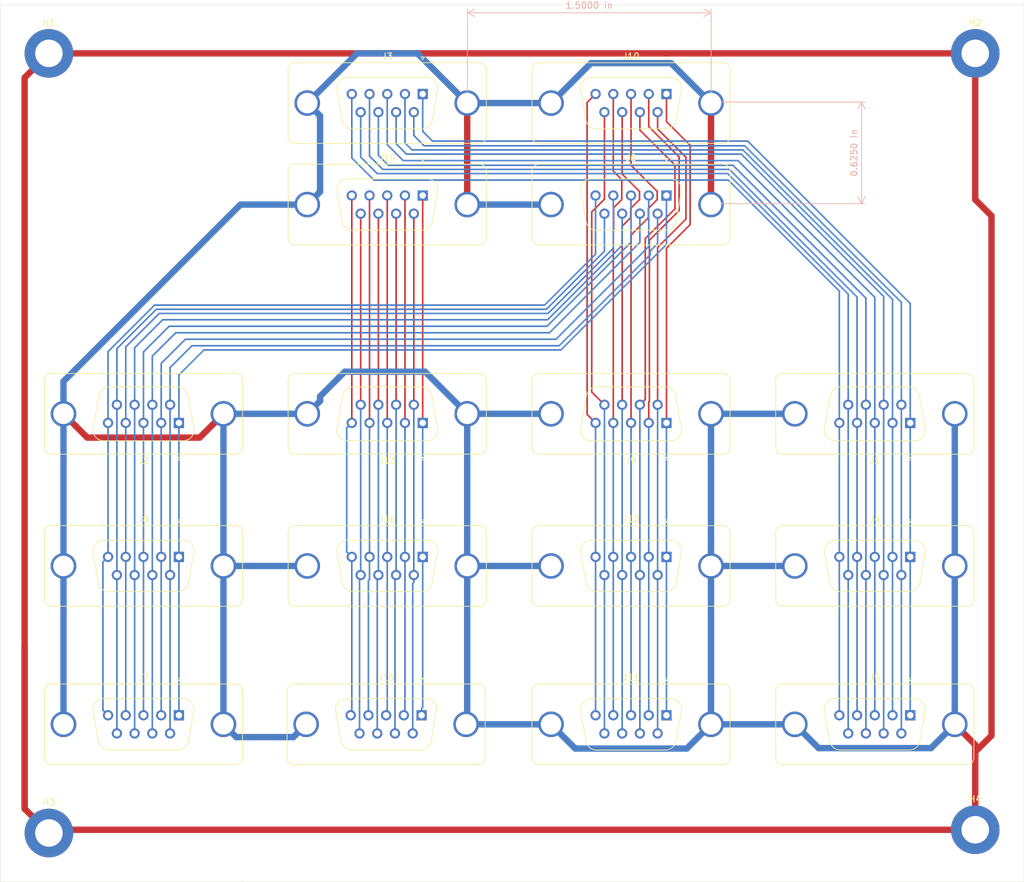
<source format=kicad_pcb>
(kicad_pcb (version 20171130) (host pcbnew "(5.1.4)-1")

  (general
    (thickness 1.6)
    (drawings 20)
    (tracks 368)
    (zones 0)
    (modules 20)
    (nets 38)
  )

  (page A4)
  (layers
    (0 F.Cu signal)
    (31 B.Cu signal)
    (32 B.Adhes user)
    (33 F.Adhes user)
    (34 B.Paste user)
    (35 F.Paste user)
    (36 B.SilkS user)
    (37 F.SilkS user)
    (38 B.Mask user)
    (39 F.Mask user)
    (40 Dwgs.User user)
    (41 Cmts.User user)
    (42 Eco1.User user)
    (43 Eco2.User user)
    (44 Edge.Cuts user)
    (45 Margin user)
    (46 B.CrtYd user)
    (47 F.CrtYd user)
    (48 B.Fab user)
    (49 F.Fab user)
  )

  (setup
    (last_trace_width 0.25)
    (trace_clearance 0.4)
    (zone_clearance 0.508)
    (zone_45_only no)
    (trace_min 0.2)
    (via_size 0.8)
    (via_drill 0.4)
    (via_min_size 0.4)
    (via_min_drill 0.3)
    (uvia_size 0.3)
    (uvia_drill 0.1)
    (uvias_allowed no)
    (uvia_min_size 0.2)
    (uvia_min_drill 0.1)
    (edge_width 0.05)
    (segment_width 0.2)
    (pcb_text_width 0.3)
    (pcb_text_size 1.5 1.5)
    (mod_edge_width 0.12)
    (mod_text_size 1 1)
    (mod_text_width 0.15)
    (pad_size 1.524 1.524)
    (pad_drill 0.762)
    (pad_to_mask_clearance 0.051)
    (solder_mask_min_width 0.25)
    (aux_axis_origin 0 0)
    (visible_elements 7FFFFFFF)
    (pcbplotparams
      (layerselection 0x010fc_ffffffff)
      (usegerberextensions false)
      (usegerberattributes false)
      (usegerberadvancedattributes false)
      (creategerberjobfile false)
      (excludeedgelayer true)
      (linewidth 0.100000)
      (plotframeref false)
      (viasonmask false)
      (mode 1)
      (useauxorigin false)
      (hpglpennumber 1)
      (hpglpenspeed 20)
      (hpglpendiameter 15.000000)
      (psnegative false)
      (psa4output false)
      (plotreference true)
      (plotvalue true)
      (plotinvisibletext false)
      (padsonsilk false)
      (subtractmaskfromsilk false)
      (outputformat 1)
      (mirror false)
      (drillshape 0)
      (scaleselection 1)
      (outputdirectory ""))
  )

  (net 0 "")
  (net 1 "Net-(J1-Pad1)")
  (net 2 "Net-(J1-Pad2)")
  (net 3 "Net-(J1-Pad3)")
  (net 4 "Net-(J1-Pad4)")
  (net 5 "Net-(J1-Pad5)")
  (net 6 "Net-(J1-Pad6)")
  (net 7 "Net-(J1-Pad7)")
  (net 8 "Net-(J1-Pad8)")
  (net 9 "Net-(J1-Pad9)")
  (net 10 GND)
  (net 11 "Net-(J2-Pad9)")
  (net 12 "Net-(J2-Pad8)")
  (net 13 "Net-(J2-Pad7)")
  (net 14 "Net-(J2-Pad6)")
  (net 15 "Net-(J2-Pad5)")
  (net 16 "Net-(J2-Pad4)")
  (net 17 "Net-(J2-Pad3)")
  (net 18 "Net-(J2-Pad2)")
  (net 19 "Net-(J2-Pad1)")
  (net 20 "Net-(J10-Pad9)")
  (net 21 "Net-(J10-Pad8)")
  (net 22 "Net-(J10-Pad7)")
  (net 23 "Net-(J10-Pad6)")
  (net 24 "Net-(J10-Pad5)")
  (net 25 "Net-(J10-Pad4)")
  (net 26 "Net-(J10-Pad3)")
  (net 27 "Net-(J10-Pad2)")
  (net 28 "Net-(J10-Pad1)")
  (net 29 "Net-(J13-Pad1)")
  (net 30 "Net-(J13-Pad2)")
  (net 31 "Net-(J13-Pad3)")
  (net 32 "Net-(J13-Pad4)")
  (net 33 "Net-(J13-Pad5)")
  (net 34 "Net-(J13-Pad6)")
  (net 35 "Net-(J13-Pad7)")
  (net 36 "Net-(J13-Pad8)")
  (net 37 "Net-(J13-Pad9)")

  (net_class Default "This is the default net class."
    (clearance 0.4)
    (trace_width 0.25)
    (via_dia 0.8)
    (via_drill 0.4)
    (uvia_dia 0.3)
    (uvia_drill 0.1)
    (add_net "Net-(J1-Pad1)")
    (add_net "Net-(J1-Pad2)")
    (add_net "Net-(J1-Pad3)")
    (add_net "Net-(J1-Pad4)")
    (add_net "Net-(J1-Pad5)")
    (add_net "Net-(J1-Pad6)")
    (add_net "Net-(J1-Pad7)")
    (add_net "Net-(J1-Pad8)")
    (add_net "Net-(J1-Pad9)")
    (add_net "Net-(J10-Pad1)")
    (add_net "Net-(J10-Pad2)")
    (add_net "Net-(J10-Pad3)")
    (add_net "Net-(J10-Pad4)")
    (add_net "Net-(J10-Pad5)")
    (add_net "Net-(J10-Pad6)")
    (add_net "Net-(J10-Pad7)")
    (add_net "Net-(J10-Pad8)")
    (add_net "Net-(J10-Pad9)")
    (add_net "Net-(J13-Pad1)")
    (add_net "Net-(J13-Pad2)")
    (add_net "Net-(J13-Pad3)")
    (add_net "Net-(J13-Pad4)")
    (add_net "Net-(J13-Pad5)")
    (add_net "Net-(J13-Pad6)")
    (add_net "Net-(J13-Pad7)")
    (add_net "Net-(J13-Pad8)")
    (add_net "Net-(J13-Pad9)")
    (add_net "Net-(J2-Pad1)")
    (add_net "Net-(J2-Pad2)")
    (add_net "Net-(J2-Pad3)")
    (add_net "Net-(J2-Pad4)")
    (add_net "Net-(J2-Pad5)")
    (add_net "Net-(J2-Pad6)")
    (add_net "Net-(J2-Pad7)")
    (add_net "Net-(J2-Pad8)")
    (add_net "Net-(J2-Pad9)")
  )

  (net_class pOWER ""
    (clearance 1)
    (trace_width 1)
    (via_dia 0.8)
    (via_drill 0.4)
    (uvia_dia 0.3)
    (uvia_drill 0.1)
    (add_net GND)
  )

  (module Connector_Dsub:DSUB-9_Female_Vertical_P2.77x2.84mm_MountingHoles (layer F.Cu) (tedit 59FEDEE2) (tstamp 5ED523FE)
    (at 91.44 133.985)
    (descr "9-pin D-Sub connector, straight/vertical, THT-mount, female, pitch 2.77x2.84mm, distance of mounting holes 25mm, see https://disti-assets.s3.amazonaws.com/tonar/files/datasheets/16730.pdf")
    (tags "9-pin D-Sub connector straight vertical THT female pitch 2.77x2.84mm mounting holes distance 25mm")
    (path /5EDD179E)
    (fp_text reference J7 (at -5.54 -5.89) (layer F.SilkS)
      (effects (font (size 1 1) (thickness 0.15)))
    )
    (fp_text value DB9_Female_MountingHoles (at -5.54 8.73) (layer F.Fab)
      (effects (font (size 1 1) (thickness 0.15)))
    )
    (fp_arc (start -19.965 -3.83) (end -20.965 -3.83) (angle 90) (layer F.Fab) (width 0.1))
    (fp_arc (start 8.885 -3.83) (end 8.885 -4.83) (angle 90) (layer F.Fab) (width 0.1))
    (fp_arc (start -19.965 6.67) (end -20.965 6.67) (angle -90) (layer F.Fab) (width 0.1))
    (fp_arc (start 8.885 6.67) (end 9.885 6.67) (angle 90) (layer F.Fab) (width 0.1))
    (fp_arc (start -19.965 -3.83) (end -21.025 -3.83) (angle 90) (layer F.SilkS) (width 0.12))
    (fp_arc (start 8.885 -3.83) (end 8.885 -4.89) (angle 90) (layer F.SilkS) (width 0.12))
    (fp_arc (start -19.965 6.67) (end -21.025 6.67) (angle -90) (layer F.SilkS) (width 0.12))
    (fp_arc (start 8.885 6.67) (end 9.945 6.67) (angle 90) (layer F.SilkS) (width 0.12))
    (fp_arc (start -11.783194 -0.93) (end -11.783194 -2.53) (angle -100) (layer F.Fab) (width 0.1))
    (fp_arc (start 0.703194 -0.93) (end 0.703194 -2.53) (angle 100) (layer F.Fab) (width 0.1))
    (fp_arc (start -10.954457 3.77) (end -10.954457 5.37) (angle 80) (layer F.Fab) (width 0.1))
    (fp_arc (start -0.125543 3.77) (end -0.125543 5.37) (angle -80) (layer F.Fab) (width 0.1))
    (fp_arc (start -11.771689 -0.93) (end -11.771689 -2.59) (angle -100) (layer F.SilkS) (width 0.12))
    (fp_arc (start 0.691689 -0.93) (end 0.691689 -2.59) (angle 100) (layer F.SilkS) (width 0.12))
    (fp_arc (start -10.942952 3.77) (end -10.942952 5.43) (angle 80) (layer F.SilkS) (width 0.12))
    (fp_arc (start -0.137048 3.77) (end -0.137048 5.43) (angle -80) (layer F.SilkS) (width 0.12))
    (fp_line (start -19.965 -4.83) (end 8.885 -4.83) (layer F.Fab) (width 0.1))
    (fp_line (start 9.885 -3.83) (end 9.885 6.67) (layer F.Fab) (width 0.1))
    (fp_line (start 8.885 7.67) (end -19.965 7.67) (layer F.Fab) (width 0.1))
    (fp_line (start -20.965 6.67) (end -20.965 -3.83) (layer F.Fab) (width 0.1))
    (fp_line (start -19.965 -4.89) (end 8.885 -4.89) (layer F.SilkS) (width 0.12))
    (fp_line (start 9.945 -3.83) (end 9.945 6.67) (layer F.SilkS) (width 0.12))
    (fp_line (start 8.885 7.73) (end -19.965 7.73) (layer F.SilkS) (width 0.12))
    (fp_line (start -21.025 6.67) (end -21.025 -3.83) (layer F.SilkS) (width 0.12))
    (fp_line (start -0.25 -5.784338) (end 0.25 -5.784338) (layer F.SilkS) (width 0.12))
    (fp_line (start 0.25 -5.784338) (end 0 -5.351325) (layer F.SilkS) (width 0.12))
    (fp_line (start 0 -5.351325) (end -0.25 -5.784338) (layer F.SilkS) (width 0.12))
    (fp_line (start -11.783194 -2.53) (end 0.703194 -2.53) (layer F.Fab) (width 0.1))
    (fp_line (start -10.954457 5.37) (end -0.125543 5.37) (layer F.Fab) (width 0.1))
    (fp_line (start 2.278887 -0.652163) (end 1.45015 4.047837) (layer F.Fab) (width 0.1))
    (fp_line (start -13.358887 -0.652163) (end -12.53015 4.047837) (layer F.Fab) (width 0.1))
    (fp_line (start -11.771689 -2.59) (end 0.691689 -2.59) (layer F.SilkS) (width 0.12))
    (fp_line (start -10.942952 5.43) (end -0.137048 5.43) (layer F.SilkS) (width 0.12))
    (fp_line (start 2.32647 -0.641744) (end 1.497733 4.058256) (layer F.SilkS) (width 0.12))
    (fp_line (start -13.40647 -0.641744) (end -12.577733 4.058256) (layer F.SilkS) (width 0.12))
    (fp_line (start -21.5 -5.35) (end -21.5 8.2) (layer F.CrtYd) (width 0.05))
    (fp_line (start -21.5 8.2) (end 10.4 8.2) (layer F.CrtYd) (width 0.05))
    (fp_line (start 10.4 8.2) (end 10.4 -5.35) (layer F.CrtYd) (width 0.05))
    (fp_line (start 10.4 -5.35) (end -21.5 -5.35) (layer F.CrtYd) (width 0.05))
    (fp_text user %R (at -5.54 1.42) (layer F.Fab)
      (effects (font (size 1 1) (thickness 0.15)))
    )
    (pad 1 thru_hole rect (at 0 0) (size 1.6 1.6) (drill 1) (layers *.Cu *.Mask)
      (net 19 "Net-(J2-Pad1)"))
    (pad 2 thru_hole circle (at -2.77 0) (size 1.6 1.6) (drill 1) (layers *.Cu *.Mask)
      (net 18 "Net-(J2-Pad2)"))
    (pad 3 thru_hole circle (at -5.54 0) (size 1.6 1.6) (drill 1) (layers *.Cu *.Mask)
      (net 17 "Net-(J2-Pad3)"))
    (pad 4 thru_hole circle (at -8.31 0) (size 1.6 1.6) (drill 1) (layers *.Cu *.Mask)
      (net 16 "Net-(J2-Pad4)"))
    (pad 5 thru_hole circle (at -11.08 0) (size 1.6 1.6) (drill 1) (layers *.Cu *.Mask)
      (net 15 "Net-(J2-Pad5)"))
    (pad 6 thru_hole circle (at -1.385 2.84) (size 1.6 1.6) (drill 1) (layers *.Cu *.Mask)
      (net 14 "Net-(J2-Pad6)"))
    (pad 7 thru_hole circle (at -4.155 2.84) (size 1.6 1.6) (drill 1) (layers *.Cu *.Mask)
      (net 13 "Net-(J2-Pad7)"))
    (pad 8 thru_hole circle (at -6.925 2.84) (size 1.6 1.6) (drill 1) (layers *.Cu *.Mask)
      (net 12 "Net-(J2-Pad8)"))
    (pad 9 thru_hole circle (at -9.695 2.84) (size 1.6 1.6) (drill 1) (layers *.Cu *.Mask)
      (net 11 "Net-(J2-Pad9)"))
    (pad 0 thru_hole circle (at -18.04 1.42) (size 4 4) (drill 3.2) (layers *.Cu *.Mask)
      (net 10 GND))
    (pad 0 thru_hole circle (at 6.96 1.42) (size 4 4) (drill 3.2) (layers *.Cu *.Mask)
      (net 10 GND))
    (model ${KISYS3DMOD}/Connector_Dsub.3dshapes/DSUB-9_Female_Vertical_P2.77x2.84mm_MountingHoles.wrl
      (at (xyz 0 0 0))
      (scale (xyz 1 1 1))
      (rotate (xyz 0 0 0))
    )
  )

  (module MountingHole:MountingHole_4.3mm_M4_ISO7380_Pad (layer F.Cu) (tedit 56D1B4CB) (tstamp 5EDB3310)
    (at 215.9 151.892)
    (descr "Mounting Hole 4.3mm, M4, ISO7380")
    (tags "mounting hole 4.3mm m4 iso7380")
    (path /5EDB3651)
    (attr virtual)
    (fp_text reference H4 (at 0 -4.8) (layer F.SilkS)
      (effects (font (size 1 1) (thickness 0.15)))
    )
    (fp_text value MountingHole_Pad (at 0 4.8) (layer F.Fab)
      (effects (font (size 1 1) (thickness 0.15)))
    )
    (fp_text user %R (at 0.3 0) (layer F.Fab)
      (effects (font (size 1 1) (thickness 0.15)))
    )
    (fp_circle (center 0 0) (end 3.8 0) (layer Cmts.User) (width 0.15))
    (fp_circle (center 0 0) (end 4.05 0) (layer F.CrtYd) (width 0.05))
    (pad 1 thru_hole circle (at 0 0) (size 7.6 7.6) (drill 4.3) (layers *.Cu *.Mask)
      (net 10 GND))
  )

  (module Connector_Dsub:DSUB-9_Female_Vertical_P2.77x2.84mm_MountingHoles (layer F.Cu) (tedit 59FEDEE2) (tstamp 5ED5118D)
    (at 167.64 36.83)
    (descr "9-pin D-Sub connector, straight/vertical, THT-mount, female, pitch 2.77x2.84mm, distance of mounting holes 25mm, see https://disti-assets.s3.amazonaws.com/tonar/files/datasheets/16730.pdf")
    (tags "9-pin D-Sub connector straight vertical THT female pitch 2.77x2.84mm mounting holes distance 25mm")
    (path /5EDBDB36)
    (fp_text reference J10 (at -5.54 -5.89) (layer F.SilkS)
      (effects (font (size 1 1) (thickness 0.15)))
    )
    (fp_text value DB9_Female_MountingHoles (at -5.54 8.73) (layer F.Fab)
      (effects (font (size 1 1) (thickness 0.15)))
    )
    (fp_text user %R (at -5.54 1.42) (layer F.Fab)
      (effects (font (size 1 1) (thickness 0.15)))
    )
    (fp_line (start 10.4 -5.35) (end -21.5 -5.35) (layer F.CrtYd) (width 0.05))
    (fp_line (start 10.4 8.2) (end 10.4 -5.35) (layer F.CrtYd) (width 0.05))
    (fp_line (start -21.5 8.2) (end 10.4 8.2) (layer F.CrtYd) (width 0.05))
    (fp_line (start -21.5 -5.35) (end -21.5 8.2) (layer F.CrtYd) (width 0.05))
    (fp_line (start -13.40647 -0.641744) (end -12.577733 4.058256) (layer F.SilkS) (width 0.12))
    (fp_line (start 2.32647 -0.641744) (end 1.497733 4.058256) (layer F.SilkS) (width 0.12))
    (fp_line (start -10.942952 5.43) (end -0.137048 5.43) (layer F.SilkS) (width 0.12))
    (fp_line (start -11.771689 -2.59) (end 0.691689 -2.59) (layer F.SilkS) (width 0.12))
    (fp_line (start -13.358887 -0.652163) (end -12.53015 4.047837) (layer F.Fab) (width 0.1))
    (fp_line (start 2.278887 -0.652163) (end 1.45015 4.047837) (layer F.Fab) (width 0.1))
    (fp_line (start -10.954457 5.37) (end -0.125543 5.37) (layer F.Fab) (width 0.1))
    (fp_line (start -11.783194 -2.53) (end 0.703194 -2.53) (layer F.Fab) (width 0.1))
    (fp_line (start 0 -5.351325) (end -0.25 -5.784338) (layer F.SilkS) (width 0.12))
    (fp_line (start 0.25 -5.784338) (end 0 -5.351325) (layer F.SilkS) (width 0.12))
    (fp_line (start -0.25 -5.784338) (end 0.25 -5.784338) (layer F.SilkS) (width 0.12))
    (fp_line (start -21.025 6.67) (end -21.025 -3.83) (layer F.SilkS) (width 0.12))
    (fp_line (start 8.885 7.73) (end -19.965 7.73) (layer F.SilkS) (width 0.12))
    (fp_line (start 9.945 -3.83) (end 9.945 6.67) (layer F.SilkS) (width 0.12))
    (fp_line (start -19.965 -4.89) (end 8.885 -4.89) (layer F.SilkS) (width 0.12))
    (fp_line (start -20.965 6.67) (end -20.965 -3.83) (layer F.Fab) (width 0.1))
    (fp_line (start 8.885 7.67) (end -19.965 7.67) (layer F.Fab) (width 0.1))
    (fp_line (start 9.885 -3.83) (end 9.885 6.67) (layer F.Fab) (width 0.1))
    (fp_line (start -19.965 -4.83) (end 8.885 -4.83) (layer F.Fab) (width 0.1))
    (fp_arc (start -0.137048 3.77) (end -0.137048 5.43) (angle -80) (layer F.SilkS) (width 0.12))
    (fp_arc (start -10.942952 3.77) (end -10.942952 5.43) (angle 80) (layer F.SilkS) (width 0.12))
    (fp_arc (start 0.691689 -0.93) (end 0.691689 -2.59) (angle 100) (layer F.SilkS) (width 0.12))
    (fp_arc (start -11.771689 -0.93) (end -11.771689 -2.59) (angle -100) (layer F.SilkS) (width 0.12))
    (fp_arc (start -0.125543 3.77) (end -0.125543 5.37) (angle -80) (layer F.Fab) (width 0.1))
    (fp_arc (start -10.954457 3.77) (end -10.954457 5.37) (angle 80) (layer F.Fab) (width 0.1))
    (fp_arc (start 0.703194 -0.93) (end 0.703194 -2.53) (angle 100) (layer F.Fab) (width 0.1))
    (fp_arc (start -11.783194 -0.93) (end -11.783194 -2.53) (angle -100) (layer F.Fab) (width 0.1))
    (fp_arc (start 8.885 6.67) (end 9.945 6.67) (angle 90) (layer F.SilkS) (width 0.12))
    (fp_arc (start -19.965 6.67) (end -21.025 6.67) (angle -90) (layer F.SilkS) (width 0.12))
    (fp_arc (start 8.885 -3.83) (end 8.885 -4.89) (angle 90) (layer F.SilkS) (width 0.12))
    (fp_arc (start -19.965 -3.83) (end -21.025 -3.83) (angle 90) (layer F.SilkS) (width 0.12))
    (fp_arc (start 8.885 6.67) (end 9.885 6.67) (angle 90) (layer F.Fab) (width 0.1))
    (fp_arc (start -19.965 6.67) (end -20.965 6.67) (angle -90) (layer F.Fab) (width 0.1))
    (fp_arc (start 8.885 -3.83) (end 8.885 -4.83) (angle 90) (layer F.Fab) (width 0.1))
    (fp_arc (start -19.965 -3.83) (end -20.965 -3.83) (angle 90) (layer F.Fab) (width 0.1))
    (pad 0 thru_hole circle (at 6.96 1.42) (size 4 4) (drill 3.2) (layers *.Cu *.Mask)
      (net 10 GND))
    (pad 0 thru_hole circle (at -18.04 1.42) (size 4 4) (drill 3.2) (layers *.Cu *.Mask)
      (net 10 GND))
    (pad 9 thru_hole circle (at -9.695 2.84) (size 1.6 1.6) (drill 1) (layers *.Cu *.Mask)
      (net 20 "Net-(J10-Pad9)"))
    (pad 8 thru_hole circle (at -6.925 2.84) (size 1.6 1.6) (drill 1) (layers *.Cu *.Mask)
      (net 21 "Net-(J10-Pad8)"))
    (pad 7 thru_hole circle (at -4.155 2.84) (size 1.6 1.6) (drill 1) (layers *.Cu *.Mask)
      (net 22 "Net-(J10-Pad7)"))
    (pad 6 thru_hole circle (at -1.385 2.84) (size 1.6 1.6) (drill 1) (layers *.Cu *.Mask)
      (net 23 "Net-(J10-Pad6)"))
    (pad 5 thru_hole circle (at -11.08 0) (size 1.6 1.6) (drill 1) (layers *.Cu *.Mask)
      (net 24 "Net-(J10-Pad5)"))
    (pad 4 thru_hole circle (at -8.31 0) (size 1.6 1.6) (drill 1) (layers *.Cu *.Mask)
      (net 25 "Net-(J10-Pad4)"))
    (pad 3 thru_hole circle (at -5.54 0) (size 1.6 1.6) (drill 1) (layers *.Cu *.Mask)
      (net 26 "Net-(J10-Pad3)"))
    (pad 2 thru_hole circle (at -2.77 0) (size 1.6 1.6) (drill 1) (layers *.Cu *.Mask)
      (net 27 "Net-(J10-Pad2)"))
    (pad 1 thru_hole rect (at 0 0) (size 1.6 1.6) (drill 1) (layers *.Cu *.Mask)
      (net 28 "Net-(J10-Pad1)"))
    (model ${KISYS3DMOD}/Connector_Dsub.3dshapes/DSUB-9_Female_Vertical_P2.77x2.84mm_MountingHoles.wrl
      (at (xyz 0 0 0))
      (scale (xyz 1 1 1))
      (rotate (xyz 0 0 0))
    )
  )

  (module Connector_Dsub:DSUB-9_Female_Vertical_P2.77x2.84mm_MountingHoles (layer F.Cu) (tedit 59FEDEE2) (tstamp 5ED51049)
    (at 129.54 52.705)
    (descr "9-pin D-Sub connector, straight/vertical, THT-mount, female, pitch 2.77x2.84mm, distance of mounting holes 25mm, see https://disti-assets.s3.amazonaws.com/tonar/files/datasheets/16730.pdf")
    (tags "9-pin D-Sub connector straight vertical THT female pitch 2.77x2.84mm mounting holes distance 25mm")
    (path /5EDC4FF4)
    (fp_text reference J14 (at -5.54 -5.89) (layer F.SilkS)
      (effects (font (size 1 1) (thickness 0.15)))
    )
    (fp_text value DB9_Female_MountingHoles (at -5.54 8.73) (layer F.Fab)
      (effects (font (size 1 1) (thickness 0.15)))
    )
    (fp_arc (start -19.965 -3.83) (end -20.965 -3.83) (angle 90) (layer F.Fab) (width 0.1))
    (fp_arc (start 8.885 -3.83) (end 8.885 -4.83) (angle 90) (layer F.Fab) (width 0.1))
    (fp_arc (start -19.965 6.67) (end -20.965 6.67) (angle -90) (layer F.Fab) (width 0.1))
    (fp_arc (start 8.885 6.67) (end 9.885 6.67) (angle 90) (layer F.Fab) (width 0.1))
    (fp_arc (start -19.965 -3.83) (end -21.025 -3.83) (angle 90) (layer F.SilkS) (width 0.12))
    (fp_arc (start 8.885 -3.83) (end 8.885 -4.89) (angle 90) (layer F.SilkS) (width 0.12))
    (fp_arc (start -19.965 6.67) (end -21.025 6.67) (angle -90) (layer F.SilkS) (width 0.12))
    (fp_arc (start 8.885 6.67) (end 9.945 6.67) (angle 90) (layer F.SilkS) (width 0.12))
    (fp_arc (start -11.783194 -0.93) (end -11.783194 -2.53) (angle -100) (layer F.Fab) (width 0.1))
    (fp_arc (start 0.703194 -0.93) (end 0.703194 -2.53) (angle 100) (layer F.Fab) (width 0.1))
    (fp_arc (start -10.954457 3.77) (end -10.954457 5.37) (angle 80) (layer F.Fab) (width 0.1))
    (fp_arc (start -0.125543 3.77) (end -0.125543 5.37) (angle -80) (layer F.Fab) (width 0.1))
    (fp_arc (start -11.771689 -0.93) (end -11.771689 -2.59) (angle -100) (layer F.SilkS) (width 0.12))
    (fp_arc (start 0.691689 -0.93) (end 0.691689 -2.59) (angle 100) (layer F.SilkS) (width 0.12))
    (fp_arc (start -10.942952 3.77) (end -10.942952 5.43) (angle 80) (layer F.SilkS) (width 0.12))
    (fp_arc (start -0.137048 3.77) (end -0.137048 5.43) (angle -80) (layer F.SilkS) (width 0.12))
    (fp_line (start -19.965 -4.83) (end 8.885 -4.83) (layer F.Fab) (width 0.1))
    (fp_line (start 9.885 -3.83) (end 9.885 6.67) (layer F.Fab) (width 0.1))
    (fp_line (start 8.885 7.67) (end -19.965 7.67) (layer F.Fab) (width 0.1))
    (fp_line (start -20.965 6.67) (end -20.965 -3.83) (layer F.Fab) (width 0.1))
    (fp_line (start -19.965 -4.89) (end 8.885 -4.89) (layer F.SilkS) (width 0.12))
    (fp_line (start 9.945 -3.83) (end 9.945 6.67) (layer F.SilkS) (width 0.12))
    (fp_line (start 8.885 7.73) (end -19.965 7.73) (layer F.SilkS) (width 0.12))
    (fp_line (start -21.025 6.67) (end -21.025 -3.83) (layer F.SilkS) (width 0.12))
    (fp_line (start -0.25 -5.784338) (end 0.25 -5.784338) (layer F.SilkS) (width 0.12))
    (fp_line (start 0.25 -5.784338) (end 0 -5.351325) (layer F.SilkS) (width 0.12))
    (fp_line (start 0 -5.351325) (end -0.25 -5.784338) (layer F.SilkS) (width 0.12))
    (fp_line (start -11.783194 -2.53) (end 0.703194 -2.53) (layer F.Fab) (width 0.1))
    (fp_line (start -10.954457 5.37) (end -0.125543 5.37) (layer F.Fab) (width 0.1))
    (fp_line (start 2.278887 -0.652163) (end 1.45015 4.047837) (layer F.Fab) (width 0.1))
    (fp_line (start -13.358887 -0.652163) (end -12.53015 4.047837) (layer F.Fab) (width 0.1))
    (fp_line (start -11.771689 -2.59) (end 0.691689 -2.59) (layer F.SilkS) (width 0.12))
    (fp_line (start -10.942952 5.43) (end -0.137048 5.43) (layer F.SilkS) (width 0.12))
    (fp_line (start 2.32647 -0.641744) (end 1.497733 4.058256) (layer F.SilkS) (width 0.12))
    (fp_line (start -13.40647 -0.641744) (end -12.577733 4.058256) (layer F.SilkS) (width 0.12))
    (fp_line (start -21.5 -5.35) (end -21.5 8.2) (layer F.CrtYd) (width 0.05))
    (fp_line (start -21.5 8.2) (end 10.4 8.2) (layer F.CrtYd) (width 0.05))
    (fp_line (start 10.4 8.2) (end 10.4 -5.35) (layer F.CrtYd) (width 0.05))
    (fp_line (start 10.4 -5.35) (end -21.5 -5.35) (layer F.CrtYd) (width 0.05))
    (fp_text user %R (at -5.54 1.42) (layer F.Fab)
      (effects (font (size 1 1) (thickness 0.15)))
    )
    (pad 1 thru_hole rect (at 0 0) (size 1.6 1.6) (drill 1) (layers *.Cu *.Mask)
      (net 29 "Net-(J13-Pad1)"))
    (pad 2 thru_hole circle (at -2.77 0) (size 1.6 1.6) (drill 1) (layers *.Cu *.Mask)
      (net 30 "Net-(J13-Pad2)"))
    (pad 3 thru_hole circle (at -5.54 0) (size 1.6 1.6) (drill 1) (layers *.Cu *.Mask)
      (net 31 "Net-(J13-Pad3)"))
    (pad 4 thru_hole circle (at -8.31 0) (size 1.6 1.6) (drill 1) (layers *.Cu *.Mask)
      (net 32 "Net-(J13-Pad4)"))
    (pad 5 thru_hole circle (at -11.08 0) (size 1.6 1.6) (drill 1) (layers *.Cu *.Mask)
      (net 33 "Net-(J13-Pad5)"))
    (pad 6 thru_hole circle (at -1.385 2.84) (size 1.6 1.6) (drill 1) (layers *.Cu *.Mask)
      (net 34 "Net-(J13-Pad6)"))
    (pad 7 thru_hole circle (at -4.155 2.84) (size 1.6 1.6) (drill 1) (layers *.Cu *.Mask)
      (net 35 "Net-(J13-Pad7)"))
    (pad 8 thru_hole circle (at -6.925 2.84) (size 1.6 1.6) (drill 1) (layers *.Cu *.Mask)
      (net 36 "Net-(J13-Pad8)"))
    (pad 9 thru_hole circle (at -9.695 2.84) (size 1.6 1.6) (drill 1) (layers *.Cu *.Mask)
      (net 37 "Net-(J13-Pad9)"))
    (pad 0 thru_hole circle (at -18.04 1.42) (size 4 4) (drill 3.2) (layers *.Cu *.Mask)
      (net 10 GND))
    (pad 0 thru_hole circle (at 6.96 1.42) (size 4 4) (drill 3.2) (layers *.Cu *.Mask)
      (net 10 GND))
    (model ${KISYS3DMOD}/Connector_Dsub.3dshapes/DSUB-9_Female_Vertical_P2.77x2.84mm_MountingHoles.wrl
      (at (xyz 0 0 0))
      (scale (xyz 1 1 1))
      (rotate (xyz 0 0 0))
    )
  )

  (module Connector_Dsub:DSUB-9_Male_Vertical_P2.77x2.84mm_MountingHoles (layer F.Cu) (tedit 59FEDEE2) (tstamp 5ED4FF8C)
    (at 205.74 88.265 180)
    (descr "9-pin D-Sub connector, straight/vertical, THT-mount, male, pitch 2.77x2.84mm, distance of mounting holes 25mm, see https://disti-assets.s3.amazonaws.com/tonar/files/datasheets/16730.pdf")
    (tags "9-pin D-Sub connector straight vertical THT male pitch 2.77x2.84mm mounting holes distance 25mm")
    (path /5ED5603B)
    (fp_text reference J1 (at 5.54 -5.89) (layer F.SilkS)
      (effects (font (size 1 1) (thickness 0.15)))
    )
    (fp_text value DB9_Male_MountingHoles (at 5.54 8.73) (layer F.Fab)
      (effects (font (size 1 1) (thickness 0.15)))
    )
    (fp_arc (start -8.885 -3.83) (end -9.885 -3.83) (angle 90) (layer F.Fab) (width 0.1))
    (fp_arc (start 19.965 -3.83) (end 19.965 -4.83) (angle 90) (layer F.Fab) (width 0.1))
    (fp_arc (start -8.885 6.67) (end -9.885 6.67) (angle -90) (layer F.Fab) (width 0.1))
    (fp_arc (start 19.965 6.67) (end 20.965 6.67) (angle 90) (layer F.Fab) (width 0.1))
    (fp_arc (start -8.885 -3.83) (end -9.945 -3.83) (angle 90) (layer F.SilkS) (width 0.12))
    (fp_arc (start 19.965 -3.83) (end 19.965 -4.89) (angle 90) (layer F.SilkS) (width 0.12))
    (fp_arc (start -8.885 6.67) (end -9.945 6.67) (angle -90) (layer F.SilkS) (width 0.12))
    (fp_arc (start 19.965 6.67) (end 21.025 6.67) (angle 90) (layer F.SilkS) (width 0.12))
    (fp_arc (start -0.703194 -1.13) (end -0.703194 -2.73) (angle -100) (layer F.Fab) (width 0.1))
    (fp_arc (start 11.783194 -1.13) (end 11.783194 -2.73) (angle 100) (layer F.Fab) (width 0.1))
    (fp_arc (start 0.196073 3.97) (end 0.196073 5.57) (angle 80) (layer F.Fab) (width 0.1))
    (fp_arc (start 10.883927 3.97) (end 10.883927 5.57) (angle -80) (layer F.Fab) (width 0.1))
    (fp_arc (start -0.691689 -1.13) (end -0.691689 -2.79) (angle -100) (layer F.SilkS) (width 0.12))
    (fp_arc (start 11.771689 -1.13) (end 11.771689 -2.79) (angle 100) (layer F.SilkS) (width 0.12))
    (fp_arc (start 0.207579 3.97) (end 0.207579 5.63) (angle 80) (layer F.SilkS) (width 0.12))
    (fp_arc (start 10.872421 3.97) (end 10.872421 5.63) (angle -80) (layer F.SilkS) (width 0.12))
    (fp_line (start -8.885 -4.83) (end 19.965 -4.83) (layer F.Fab) (width 0.1))
    (fp_line (start 20.965 -3.83) (end 20.965 6.67) (layer F.Fab) (width 0.1))
    (fp_line (start 19.965 7.67) (end -8.885 7.67) (layer F.Fab) (width 0.1))
    (fp_line (start -9.885 6.67) (end -9.885 -3.83) (layer F.Fab) (width 0.1))
    (fp_line (start -8.885 -4.89) (end 19.965 -4.89) (layer F.SilkS) (width 0.12))
    (fp_line (start 21.025 -3.83) (end 21.025 6.67) (layer F.SilkS) (width 0.12))
    (fp_line (start 19.965 7.73) (end -8.885 7.73) (layer F.SilkS) (width 0.12))
    (fp_line (start -9.945 6.67) (end -9.945 -3.83) (layer F.SilkS) (width 0.12))
    (fp_line (start -0.25 -5.784338) (end 0.25 -5.784338) (layer F.SilkS) (width 0.12))
    (fp_line (start 0.25 -5.784338) (end 0 -5.351325) (layer F.SilkS) (width 0.12))
    (fp_line (start 0 -5.351325) (end -0.25 -5.784338) (layer F.SilkS) (width 0.12))
    (fp_line (start -0.703194 -2.73) (end 11.783194 -2.73) (layer F.Fab) (width 0.1))
    (fp_line (start 0.196073 5.57) (end 10.883927 5.57) (layer F.Fab) (width 0.1))
    (fp_line (start 13.358887 -0.852163) (end 12.459619 4.247837) (layer F.Fab) (width 0.1))
    (fp_line (start -2.278887 -0.852163) (end -1.379619 4.247837) (layer F.Fab) (width 0.1))
    (fp_line (start -0.691689 -2.79) (end 11.771689 -2.79) (layer F.SilkS) (width 0.12))
    (fp_line (start 0.207579 5.63) (end 10.872421 5.63) (layer F.SilkS) (width 0.12))
    (fp_line (start 13.40647 -0.841744) (end 12.507202 4.258256) (layer F.SilkS) (width 0.12))
    (fp_line (start -2.32647 -0.841744) (end -1.427202 4.258256) (layer F.SilkS) (width 0.12))
    (fp_line (start -10.4 -5.35) (end -10.4 8.2) (layer F.CrtYd) (width 0.05))
    (fp_line (start -10.4 8.2) (end 21.5 8.2) (layer F.CrtYd) (width 0.05))
    (fp_line (start 21.5 8.2) (end 21.5 -5.35) (layer F.CrtYd) (width 0.05))
    (fp_line (start 21.5 -5.35) (end -10.4 -5.35) (layer F.CrtYd) (width 0.05))
    (fp_text user %R (at 5.54 1.42) (layer F.Fab)
      (effects (font (size 1 1) (thickness 0.15)))
    )
    (pad 1 thru_hole rect (at 0 0 180) (size 1.6 1.6) (drill 1) (layers *.Cu *.Mask)
      (net 1 "Net-(J1-Pad1)"))
    (pad 2 thru_hole circle (at 2.77 0 180) (size 1.6 1.6) (drill 1) (layers *.Cu *.Mask)
      (net 2 "Net-(J1-Pad2)"))
    (pad 3 thru_hole circle (at 5.54 0 180) (size 1.6 1.6) (drill 1) (layers *.Cu *.Mask)
      (net 3 "Net-(J1-Pad3)"))
    (pad 4 thru_hole circle (at 8.31 0 180) (size 1.6 1.6) (drill 1) (layers *.Cu *.Mask)
      (net 4 "Net-(J1-Pad4)"))
    (pad 5 thru_hole circle (at 11.08 0 180) (size 1.6 1.6) (drill 1) (layers *.Cu *.Mask)
      (net 5 "Net-(J1-Pad5)"))
    (pad 6 thru_hole circle (at 1.385 2.84 180) (size 1.6 1.6) (drill 1) (layers *.Cu *.Mask)
      (net 6 "Net-(J1-Pad6)"))
    (pad 7 thru_hole circle (at 4.155 2.84 180) (size 1.6 1.6) (drill 1) (layers *.Cu *.Mask)
      (net 7 "Net-(J1-Pad7)"))
    (pad 8 thru_hole circle (at 6.925 2.84 180) (size 1.6 1.6) (drill 1) (layers *.Cu *.Mask)
      (net 8 "Net-(J1-Pad8)"))
    (pad 9 thru_hole circle (at 9.695 2.84 180) (size 1.6 1.6) (drill 1) (layers *.Cu *.Mask)
      (net 9 "Net-(J1-Pad9)"))
    (pad 0 thru_hole circle (at -6.96 1.42 180) (size 4 4) (drill 3.2) (layers *.Cu *.Mask)
      (net 10 GND))
    (pad 0 thru_hole circle (at 18.04 1.42 180) (size 4 4) (drill 3.2) (layers *.Cu *.Mask)
      (net 10 GND))
    (model ${KISYS3DMOD}/Connector_Dsub.3dshapes/DSUB-9_Male_Vertical_P2.77x2.84mm_MountingHoles.wrl
      (at (xyz 0 0 0))
      (scale (xyz 1 1 1))
      (rotate (xyz 0 0 0))
    )
  )

  (module Connector_Dsub:DSUB-9_Male_Vertical_P2.77x2.84mm_MountingHoles (layer F.Cu) (tedit 59FEDEE2) (tstamp 5ED4FFC3)
    (at 91.44 88.265 180)
    (descr "9-pin D-Sub connector, straight/vertical, THT-mount, male, pitch 2.77x2.84mm, distance of mounting holes 25mm, see https://disti-assets.s3.amazonaws.com/tonar/files/datasheets/16730.pdf")
    (tags "9-pin D-Sub connector straight vertical THT male pitch 2.77x2.84mm mounting holes distance 25mm")
    (path /5EDD17AA)
    (fp_text reference J2 (at 5.54 -5.89) (layer F.SilkS)
      (effects (font (size 1 1) (thickness 0.15)))
    )
    (fp_text value DB9_Male_MountingHoles (at 5.54 8.73) (layer F.Fab)
      (effects (font (size 1 1) (thickness 0.15)))
    )
    (fp_text user %R (at 5.54 1.42) (layer F.Fab)
      (effects (font (size 1 1) (thickness 0.15)))
    )
    (fp_line (start 21.5 -5.35) (end -10.4 -5.35) (layer F.CrtYd) (width 0.05))
    (fp_line (start 21.5 8.2) (end 21.5 -5.35) (layer F.CrtYd) (width 0.05))
    (fp_line (start -10.4 8.2) (end 21.5 8.2) (layer F.CrtYd) (width 0.05))
    (fp_line (start -10.4 -5.35) (end -10.4 8.2) (layer F.CrtYd) (width 0.05))
    (fp_line (start -2.32647 -0.841744) (end -1.427202 4.258256) (layer F.SilkS) (width 0.12))
    (fp_line (start 13.40647 -0.841744) (end 12.507202 4.258256) (layer F.SilkS) (width 0.12))
    (fp_line (start 0.207579 5.63) (end 10.872421 5.63) (layer F.SilkS) (width 0.12))
    (fp_line (start -0.691689 -2.79) (end 11.771689 -2.79) (layer F.SilkS) (width 0.12))
    (fp_line (start -2.278887 -0.852163) (end -1.379619 4.247837) (layer F.Fab) (width 0.1))
    (fp_line (start 13.358887 -0.852163) (end 12.459619 4.247837) (layer F.Fab) (width 0.1))
    (fp_line (start 0.196073 5.57) (end 10.883927 5.57) (layer F.Fab) (width 0.1))
    (fp_line (start -0.703194 -2.73) (end 11.783194 -2.73) (layer F.Fab) (width 0.1))
    (fp_line (start 0 -5.351325) (end -0.25 -5.784338) (layer F.SilkS) (width 0.12))
    (fp_line (start 0.25 -5.784338) (end 0 -5.351325) (layer F.SilkS) (width 0.12))
    (fp_line (start -0.25 -5.784338) (end 0.25 -5.784338) (layer F.SilkS) (width 0.12))
    (fp_line (start -9.945 6.67) (end -9.945 -3.83) (layer F.SilkS) (width 0.12))
    (fp_line (start 19.965 7.73) (end -8.885 7.73) (layer F.SilkS) (width 0.12))
    (fp_line (start 21.025 -3.83) (end 21.025 6.67) (layer F.SilkS) (width 0.12))
    (fp_line (start -8.885 -4.89) (end 19.965 -4.89) (layer F.SilkS) (width 0.12))
    (fp_line (start -9.885 6.67) (end -9.885 -3.83) (layer F.Fab) (width 0.1))
    (fp_line (start 19.965 7.67) (end -8.885 7.67) (layer F.Fab) (width 0.1))
    (fp_line (start 20.965 -3.83) (end 20.965 6.67) (layer F.Fab) (width 0.1))
    (fp_line (start -8.885 -4.83) (end 19.965 -4.83) (layer F.Fab) (width 0.1))
    (fp_arc (start 10.872421 3.97) (end 10.872421 5.63) (angle -80) (layer F.SilkS) (width 0.12))
    (fp_arc (start 0.207579 3.97) (end 0.207579 5.63) (angle 80) (layer F.SilkS) (width 0.12))
    (fp_arc (start 11.771689 -1.13) (end 11.771689 -2.79) (angle 100) (layer F.SilkS) (width 0.12))
    (fp_arc (start -0.691689 -1.13) (end -0.691689 -2.79) (angle -100) (layer F.SilkS) (width 0.12))
    (fp_arc (start 10.883927 3.97) (end 10.883927 5.57) (angle -80) (layer F.Fab) (width 0.1))
    (fp_arc (start 0.196073 3.97) (end 0.196073 5.57) (angle 80) (layer F.Fab) (width 0.1))
    (fp_arc (start 11.783194 -1.13) (end 11.783194 -2.73) (angle 100) (layer F.Fab) (width 0.1))
    (fp_arc (start -0.703194 -1.13) (end -0.703194 -2.73) (angle -100) (layer F.Fab) (width 0.1))
    (fp_arc (start 19.965 6.67) (end 21.025 6.67) (angle 90) (layer F.SilkS) (width 0.12))
    (fp_arc (start -8.885 6.67) (end -9.945 6.67) (angle -90) (layer F.SilkS) (width 0.12))
    (fp_arc (start 19.965 -3.83) (end 19.965 -4.89) (angle 90) (layer F.SilkS) (width 0.12))
    (fp_arc (start -8.885 -3.83) (end -9.945 -3.83) (angle 90) (layer F.SilkS) (width 0.12))
    (fp_arc (start 19.965 6.67) (end 20.965 6.67) (angle 90) (layer F.Fab) (width 0.1))
    (fp_arc (start -8.885 6.67) (end -9.885 6.67) (angle -90) (layer F.Fab) (width 0.1))
    (fp_arc (start 19.965 -3.83) (end 19.965 -4.83) (angle 90) (layer F.Fab) (width 0.1))
    (fp_arc (start -8.885 -3.83) (end -9.885 -3.83) (angle 90) (layer F.Fab) (width 0.1))
    (pad 0 thru_hole circle (at 18.04 1.42 180) (size 4 4) (drill 3.2) (layers *.Cu *.Mask)
      (net 10 GND))
    (pad 0 thru_hole circle (at -6.96 1.42 180) (size 4 4) (drill 3.2) (layers *.Cu *.Mask)
      (net 10 GND))
    (pad 9 thru_hole circle (at 9.695 2.84 180) (size 1.6 1.6) (drill 1) (layers *.Cu *.Mask)
      (net 11 "Net-(J2-Pad9)"))
    (pad 8 thru_hole circle (at 6.925 2.84 180) (size 1.6 1.6) (drill 1) (layers *.Cu *.Mask)
      (net 12 "Net-(J2-Pad8)"))
    (pad 7 thru_hole circle (at 4.155 2.84 180) (size 1.6 1.6) (drill 1) (layers *.Cu *.Mask)
      (net 13 "Net-(J2-Pad7)"))
    (pad 6 thru_hole circle (at 1.385 2.84 180) (size 1.6 1.6) (drill 1) (layers *.Cu *.Mask)
      (net 14 "Net-(J2-Pad6)"))
    (pad 5 thru_hole circle (at 11.08 0 180) (size 1.6 1.6) (drill 1) (layers *.Cu *.Mask)
      (net 15 "Net-(J2-Pad5)"))
    (pad 4 thru_hole circle (at 8.31 0 180) (size 1.6 1.6) (drill 1) (layers *.Cu *.Mask)
      (net 16 "Net-(J2-Pad4)"))
    (pad 3 thru_hole circle (at 5.54 0 180) (size 1.6 1.6) (drill 1) (layers *.Cu *.Mask)
      (net 17 "Net-(J2-Pad3)"))
    (pad 2 thru_hole circle (at 2.77 0 180) (size 1.6 1.6) (drill 1) (layers *.Cu *.Mask)
      (net 18 "Net-(J2-Pad2)"))
    (pad 1 thru_hole rect (at 0 0 180) (size 1.6 1.6) (drill 1) (layers *.Cu *.Mask)
      (net 19 "Net-(J2-Pad1)"))
    (model ${KISYS3DMOD}/Connector_Dsub.3dshapes/DSUB-9_Male_Vertical_P2.77x2.84mm_MountingHoles.wrl
      (at (xyz 0 0 0))
      (scale (xyz 1 1 1))
      (rotate (xyz 0 0 0))
    )
  )

  (module Connector_Dsub:DSUB-9_Female_Vertical_P2.77x2.84mm_MountingHoles (layer F.Cu) (tedit 59FEDEE2) (tstamp 5ED510EB)
    (at 129.54 36.83)
    (descr "9-pin D-Sub connector, straight/vertical, THT-mount, female, pitch 2.77x2.84mm, distance of mounting holes 25mm, see https://disti-assets.s3.amazonaws.com/tonar/files/datasheets/16730.pdf")
    (tags "9-pin D-Sub connector straight vertical THT female pitch 2.77x2.84mm mounting holes distance 25mm")
    (path /5ED4E025)
    (fp_text reference J3 (at -5.54 -5.89) (layer F.SilkS)
      (effects (font (size 1 1) (thickness 0.15)))
    )
    (fp_text value DB9_Female_MountingHoles (at -5.54 8.73) (layer F.Fab)
      (effects (font (size 1 1) (thickness 0.15)))
    )
    (fp_arc (start -19.965 -3.83) (end -20.965 -3.83) (angle 90) (layer F.Fab) (width 0.1))
    (fp_arc (start 8.885 -3.83) (end 8.885 -4.83) (angle 90) (layer F.Fab) (width 0.1))
    (fp_arc (start -19.965 6.67) (end -20.965 6.67) (angle -90) (layer F.Fab) (width 0.1))
    (fp_arc (start 8.885 6.67) (end 9.885 6.67) (angle 90) (layer F.Fab) (width 0.1))
    (fp_arc (start -19.965 -3.83) (end -21.025 -3.83) (angle 90) (layer F.SilkS) (width 0.12))
    (fp_arc (start 8.885 -3.83) (end 8.885 -4.89) (angle 90) (layer F.SilkS) (width 0.12))
    (fp_arc (start -19.965 6.67) (end -21.025 6.67) (angle -90) (layer F.SilkS) (width 0.12))
    (fp_arc (start 8.885 6.67) (end 9.945 6.67) (angle 90) (layer F.SilkS) (width 0.12))
    (fp_arc (start -11.783194 -0.93) (end -11.783194 -2.53) (angle -100) (layer F.Fab) (width 0.1))
    (fp_arc (start 0.703194 -0.93) (end 0.703194 -2.53) (angle 100) (layer F.Fab) (width 0.1))
    (fp_arc (start -10.954457 3.77) (end -10.954457 5.37) (angle 80) (layer F.Fab) (width 0.1))
    (fp_arc (start -0.125543 3.77) (end -0.125543 5.37) (angle -80) (layer F.Fab) (width 0.1))
    (fp_arc (start -11.771689 -0.93) (end -11.771689 -2.59) (angle -100) (layer F.SilkS) (width 0.12))
    (fp_arc (start 0.691689 -0.93) (end 0.691689 -2.59) (angle 100) (layer F.SilkS) (width 0.12))
    (fp_arc (start -10.942952 3.77) (end -10.942952 5.43) (angle 80) (layer F.SilkS) (width 0.12))
    (fp_arc (start -0.137048 3.77) (end -0.137048 5.43) (angle -80) (layer F.SilkS) (width 0.12))
    (fp_line (start -19.965 -4.83) (end 8.885 -4.83) (layer F.Fab) (width 0.1))
    (fp_line (start 9.885 -3.83) (end 9.885 6.67) (layer F.Fab) (width 0.1))
    (fp_line (start 8.885 7.67) (end -19.965 7.67) (layer F.Fab) (width 0.1))
    (fp_line (start -20.965 6.67) (end -20.965 -3.83) (layer F.Fab) (width 0.1))
    (fp_line (start -19.965 -4.89) (end 8.885 -4.89) (layer F.SilkS) (width 0.12))
    (fp_line (start 9.945 -3.83) (end 9.945 6.67) (layer F.SilkS) (width 0.12))
    (fp_line (start 8.885 7.73) (end -19.965 7.73) (layer F.SilkS) (width 0.12))
    (fp_line (start -21.025 6.67) (end -21.025 -3.83) (layer F.SilkS) (width 0.12))
    (fp_line (start -0.25 -5.784338) (end 0.25 -5.784338) (layer F.SilkS) (width 0.12))
    (fp_line (start 0.25 -5.784338) (end 0 -5.351325) (layer F.SilkS) (width 0.12))
    (fp_line (start 0 -5.351325) (end -0.25 -5.784338) (layer F.SilkS) (width 0.12))
    (fp_line (start -11.783194 -2.53) (end 0.703194 -2.53) (layer F.Fab) (width 0.1))
    (fp_line (start -10.954457 5.37) (end -0.125543 5.37) (layer F.Fab) (width 0.1))
    (fp_line (start 2.278887 -0.652163) (end 1.45015 4.047837) (layer F.Fab) (width 0.1))
    (fp_line (start -13.358887 -0.652163) (end -12.53015 4.047837) (layer F.Fab) (width 0.1))
    (fp_line (start -11.771689 -2.59) (end 0.691689 -2.59) (layer F.SilkS) (width 0.12))
    (fp_line (start -10.942952 5.43) (end -0.137048 5.43) (layer F.SilkS) (width 0.12))
    (fp_line (start 2.32647 -0.641744) (end 1.497733 4.058256) (layer F.SilkS) (width 0.12))
    (fp_line (start -13.40647 -0.641744) (end -12.577733 4.058256) (layer F.SilkS) (width 0.12))
    (fp_line (start -21.5 -5.35) (end -21.5 8.2) (layer F.CrtYd) (width 0.05))
    (fp_line (start -21.5 8.2) (end 10.4 8.2) (layer F.CrtYd) (width 0.05))
    (fp_line (start 10.4 8.2) (end 10.4 -5.35) (layer F.CrtYd) (width 0.05))
    (fp_line (start 10.4 -5.35) (end -21.5 -5.35) (layer F.CrtYd) (width 0.05))
    (fp_text user %R (at -5.54 1.42) (layer F.Fab)
      (effects (font (size 1 1) (thickness 0.15)))
    )
    (pad 1 thru_hole rect (at 0 0) (size 1.6 1.6) (drill 1) (layers *.Cu *.Mask)
      (net 1 "Net-(J1-Pad1)"))
    (pad 2 thru_hole circle (at -2.77 0) (size 1.6 1.6) (drill 1) (layers *.Cu *.Mask)
      (net 2 "Net-(J1-Pad2)"))
    (pad 3 thru_hole circle (at -5.54 0) (size 1.6 1.6) (drill 1) (layers *.Cu *.Mask)
      (net 3 "Net-(J1-Pad3)"))
    (pad 4 thru_hole circle (at -8.31 0) (size 1.6 1.6) (drill 1) (layers *.Cu *.Mask)
      (net 4 "Net-(J1-Pad4)"))
    (pad 5 thru_hole circle (at -11.08 0) (size 1.6 1.6) (drill 1) (layers *.Cu *.Mask)
      (net 5 "Net-(J1-Pad5)"))
    (pad 6 thru_hole circle (at -1.385 2.84) (size 1.6 1.6) (drill 1) (layers *.Cu *.Mask)
      (net 6 "Net-(J1-Pad6)"))
    (pad 7 thru_hole circle (at -4.155 2.84) (size 1.6 1.6) (drill 1) (layers *.Cu *.Mask)
      (net 7 "Net-(J1-Pad7)"))
    (pad 8 thru_hole circle (at -6.925 2.84) (size 1.6 1.6) (drill 1) (layers *.Cu *.Mask)
      (net 8 "Net-(J1-Pad8)"))
    (pad 9 thru_hole circle (at -9.695 2.84) (size 1.6 1.6) (drill 1) (layers *.Cu *.Mask)
      (net 9 "Net-(J1-Pad9)"))
    (pad 0 thru_hole circle (at -18.04 1.42) (size 4 4) (drill 3.2) (layers *.Cu *.Mask)
      (net 10 GND))
    (pad 0 thru_hole circle (at 6.96 1.42) (size 4 4) (drill 3.2) (layers *.Cu *.Mask)
      (net 10 GND))
    (model ${KISYS3DMOD}/Connector_Dsub.3dshapes/DSUB-9_Female_Vertical_P2.77x2.84mm_MountingHoles.wrl
      (at (xyz 0 0 0))
      (scale (xyz 1 1 1))
      (rotate (xyz 0 0 0))
    )
  )

  (module Connector_Dsub:DSUB-9_Female_Vertical_P2.77x2.84mm_MountingHoles (layer F.Cu) (tedit 59FEDEE2) (tstamp 5ED50031)
    (at 205.74 109.22)
    (descr "9-pin D-Sub connector, straight/vertical, THT-mount, female, pitch 2.77x2.84mm, distance of mounting holes 25mm, see https://disti-assets.s3.amazonaws.com/tonar/files/datasheets/16730.pdf")
    (tags "9-pin D-Sub connector straight vertical THT female pitch 2.77x2.84mm mounting holes distance 25mm")
    (path /5ED53BA3)
    (fp_text reference J4 (at -5.54 -5.89) (layer F.SilkS)
      (effects (font (size 1 1) (thickness 0.15)))
    )
    (fp_text value DB9_Female_MountingHoles (at -5.54 8.73) (layer F.Fab)
      (effects (font (size 1 1) (thickness 0.15)))
    )
    (fp_text user %R (at -5.54 1.42) (layer F.Fab)
      (effects (font (size 1 1) (thickness 0.15)))
    )
    (fp_line (start 10.4 -5.35) (end -21.5 -5.35) (layer F.CrtYd) (width 0.05))
    (fp_line (start 10.4 8.2) (end 10.4 -5.35) (layer F.CrtYd) (width 0.05))
    (fp_line (start -21.5 8.2) (end 10.4 8.2) (layer F.CrtYd) (width 0.05))
    (fp_line (start -21.5 -5.35) (end -21.5 8.2) (layer F.CrtYd) (width 0.05))
    (fp_line (start -13.40647 -0.641744) (end -12.577733 4.058256) (layer F.SilkS) (width 0.12))
    (fp_line (start 2.32647 -0.641744) (end 1.497733 4.058256) (layer F.SilkS) (width 0.12))
    (fp_line (start -10.942952 5.43) (end -0.137048 5.43) (layer F.SilkS) (width 0.12))
    (fp_line (start -11.771689 -2.59) (end 0.691689 -2.59) (layer F.SilkS) (width 0.12))
    (fp_line (start -13.358887 -0.652163) (end -12.53015 4.047837) (layer F.Fab) (width 0.1))
    (fp_line (start 2.278887 -0.652163) (end 1.45015 4.047837) (layer F.Fab) (width 0.1))
    (fp_line (start -10.954457 5.37) (end -0.125543 5.37) (layer F.Fab) (width 0.1))
    (fp_line (start -11.783194 -2.53) (end 0.703194 -2.53) (layer F.Fab) (width 0.1))
    (fp_line (start 0 -5.351325) (end -0.25 -5.784338) (layer F.SilkS) (width 0.12))
    (fp_line (start 0.25 -5.784338) (end 0 -5.351325) (layer F.SilkS) (width 0.12))
    (fp_line (start -0.25 -5.784338) (end 0.25 -5.784338) (layer F.SilkS) (width 0.12))
    (fp_line (start -21.025 6.67) (end -21.025 -3.83) (layer F.SilkS) (width 0.12))
    (fp_line (start 8.885 7.73) (end -19.965 7.73) (layer F.SilkS) (width 0.12))
    (fp_line (start 9.945 -3.83) (end 9.945 6.67) (layer F.SilkS) (width 0.12))
    (fp_line (start -19.965 -4.89) (end 8.885 -4.89) (layer F.SilkS) (width 0.12))
    (fp_line (start -20.965 6.67) (end -20.965 -3.83) (layer F.Fab) (width 0.1))
    (fp_line (start 8.885 7.67) (end -19.965 7.67) (layer F.Fab) (width 0.1))
    (fp_line (start 9.885 -3.83) (end 9.885 6.67) (layer F.Fab) (width 0.1))
    (fp_line (start -19.965 -4.83) (end 8.885 -4.83) (layer F.Fab) (width 0.1))
    (fp_arc (start -0.137048 3.77) (end -0.137048 5.43) (angle -80) (layer F.SilkS) (width 0.12))
    (fp_arc (start -10.942952 3.77) (end -10.942952 5.43) (angle 80) (layer F.SilkS) (width 0.12))
    (fp_arc (start 0.691689 -0.93) (end 0.691689 -2.59) (angle 100) (layer F.SilkS) (width 0.12))
    (fp_arc (start -11.771689 -0.93) (end -11.771689 -2.59) (angle -100) (layer F.SilkS) (width 0.12))
    (fp_arc (start -0.125543 3.77) (end -0.125543 5.37) (angle -80) (layer F.Fab) (width 0.1))
    (fp_arc (start -10.954457 3.77) (end -10.954457 5.37) (angle 80) (layer F.Fab) (width 0.1))
    (fp_arc (start 0.703194 -0.93) (end 0.703194 -2.53) (angle 100) (layer F.Fab) (width 0.1))
    (fp_arc (start -11.783194 -0.93) (end -11.783194 -2.53) (angle -100) (layer F.Fab) (width 0.1))
    (fp_arc (start 8.885 6.67) (end 9.945 6.67) (angle 90) (layer F.SilkS) (width 0.12))
    (fp_arc (start -19.965 6.67) (end -21.025 6.67) (angle -90) (layer F.SilkS) (width 0.12))
    (fp_arc (start 8.885 -3.83) (end 8.885 -4.89) (angle 90) (layer F.SilkS) (width 0.12))
    (fp_arc (start -19.965 -3.83) (end -21.025 -3.83) (angle 90) (layer F.SilkS) (width 0.12))
    (fp_arc (start 8.885 6.67) (end 9.885 6.67) (angle 90) (layer F.Fab) (width 0.1))
    (fp_arc (start -19.965 6.67) (end -20.965 6.67) (angle -90) (layer F.Fab) (width 0.1))
    (fp_arc (start 8.885 -3.83) (end 8.885 -4.83) (angle 90) (layer F.Fab) (width 0.1))
    (fp_arc (start -19.965 -3.83) (end -20.965 -3.83) (angle 90) (layer F.Fab) (width 0.1))
    (pad 0 thru_hole circle (at 6.96 1.42) (size 4 4) (drill 3.2) (layers *.Cu *.Mask)
      (net 10 GND))
    (pad 0 thru_hole circle (at -18.04 1.42) (size 4 4) (drill 3.2) (layers *.Cu *.Mask)
      (net 10 GND))
    (pad 9 thru_hole circle (at -9.695 2.84) (size 1.6 1.6) (drill 1) (layers *.Cu *.Mask)
      (net 9 "Net-(J1-Pad9)"))
    (pad 8 thru_hole circle (at -6.925 2.84) (size 1.6 1.6) (drill 1) (layers *.Cu *.Mask)
      (net 8 "Net-(J1-Pad8)"))
    (pad 7 thru_hole circle (at -4.155 2.84) (size 1.6 1.6) (drill 1) (layers *.Cu *.Mask)
      (net 7 "Net-(J1-Pad7)"))
    (pad 6 thru_hole circle (at -1.385 2.84) (size 1.6 1.6) (drill 1) (layers *.Cu *.Mask)
      (net 6 "Net-(J1-Pad6)"))
    (pad 5 thru_hole circle (at -11.08 0) (size 1.6 1.6) (drill 1) (layers *.Cu *.Mask)
      (net 5 "Net-(J1-Pad5)"))
    (pad 4 thru_hole circle (at -8.31 0) (size 1.6 1.6) (drill 1) (layers *.Cu *.Mask)
      (net 4 "Net-(J1-Pad4)"))
    (pad 3 thru_hole circle (at -5.54 0) (size 1.6 1.6) (drill 1) (layers *.Cu *.Mask)
      (net 3 "Net-(J1-Pad3)"))
    (pad 2 thru_hole circle (at -2.77 0) (size 1.6 1.6) (drill 1) (layers *.Cu *.Mask)
      (net 2 "Net-(J1-Pad2)"))
    (pad 1 thru_hole rect (at 0 0) (size 1.6 1.6) (drill 1) (layers *.Cu *.Mask)
      (net 1 "Net-(J1-Pad1)"))
    (model ${KISYS3DMOD}/Connector_Dsub.3dshapes/DSUB-9_Female_Vertical_P2.77x2.84mm_MountingHoles.wrl
      (at (xyz 0 0 0))
      (scale (xyz 1 1 1))
      (rotate (xyz 0 0 0))
    )
  )

  (module Connector_Dsub:DSUB-9_Female_Vertical_P2.77x2.84mm_MountingHoles (layer F.Cu) (tedit 59FEDEE2) (tstamp 5ED50068)
    (at 205.74 133.985)
    (descr "9-pin D-Sub connector, straight/vertical, THT-mount, female, pitch 2.77x2.84mm, distance of mounting holes 25mm, see https://disti-assets.s3.amazonaws.com/tonar/files/datasheets/16730.pdf")
    (tags "9-pin D-Sub connector straight vertical THT female pitch 2.77x2.84mm mounting holes distance 25mm")
    (path /5ED544E9)
    (fp_text reference J5 (at -5.54 -5.89) (layer F.SilkS)
      (effects (font (size 1 1) (thickness 0.15)))
    )
    (fp_text value DB9_Female_MountingHoles (at -5.54 8.73) (layer F.Fab)
      (effects (font (size 1 1) (thickness 0.15)))
    )
    (fp_arc (start -19.965 -3.83) (end -20.965 -3.83) (angle 90) (layer F.Fab) (width 0.1))
    (fp_arc (start 8.885 -3.83) (end 8.885 -4.83) (angle 90) (layer F.Fab) (width 0.1))
    (fp_arc (start -19.965 6.67) (end -20.965 6.67) (angle -90) (layer F.Fab) (width 0.1))
    (fp_arc (start 8.885 6.67) (end 9.885 6.67) (angle 90) (layer F.Fab) (width 0.1))
    (fp_arc (start -19.965 -3.83) (end -21.025 -3.83) (angle 90) (layer F.SilkS) (width 0.12))
    (fp_arc (start 8.885 -3.83) (end 8.885 -4.89) (angle 90) (layer F.SilkS) (width 0.12))
    (fp_arc (start -19.965 6.67) (end -21.025 6.67) (angle -90) (layer F.SilkS) (width 0.12))
    (fp_arc (start 8.885 6.67) (end 9.945 6.67) (angle 90) (layer F.SilkS) (width 0.12))
    (fp_arc (start -11.783194 -0.93) (end -11.783194 -2.53) (angle -100) (layer F.Fab) (width 0.1))
    (fp_arc (start 0.703194 -0.93) (end 0.703194 -2.53) (angle 100) (layer F.Fab) (width 0.1))
    (fp_arc (start -10.954457 3.77) (end -10.954457 5.37) (angle 80) (layer F.Fab) (width 0.1))
    (fp_arc (start -0.125543 3.77) (end -0.125543 5.37) (angle -80) (layer F.Fab) (width 0.1))
    (fp_arc (start -11.771689 -0.93) (end -11.771689 -2.59) (angle -100) (layer F.SilkS) (width 0.12))
    (fp_arc (start 0.691689 -0.93) (end 0.691689 -2.59) (angle 100) (layer F.SilkS) (width 0.12))
    (fp_arc (start -10.942952 3.77) (end -10.942952 5.43) (angle 80) (layer F.SilkS) (width 0.12))
    (fp_arc (start -0.137048 3.77) (end -0.137048 5.43) (angle -80) (layer F.SilkS) (width 0.12))
    (fp_line (start -19.965 -4.83) (end 8.885 -4.83) (layer F.Fab) (width 0.1))
    (fp_line (start 9.885 -3.83) (end 9.885 6.67) (layer F.Fab) (width 0.1))
    (fp_line (start 8.885 7.67) (end -19.965 7.67) (layer F.Fab) (width 0.1))
    (fp_line (start -20.965 6.67) (end -20.965 -3.83) (layer F.Fab) (width 0.1))
    (fp_line (start -19.965 -4.89) (end 8.885 -4.89) (layer F.SilkS) (width 0.12))
    (fp_line (start 9.945 -3.83) (end 9.945 6.67) (layer F.SilkS) (width 0.12))
    (fp_line (start 8.885 7.73) (end -19.965 7.73) (layer F.SilkS) (width 0.12))
    (fp_line (start -21.025 6.67) (end -21.025 -3.83) (layer F.SilkS) (width 0.12))
    (fp_line (start -0.25 -5.784338) (end 0.25 -5.784338) (layer F.SilkS) (width 0.12))
    (fp_line (start 0.25 -5.784338) (end 0 -5.351325) (layer F.SilkS) (width 0.12))
    (fp_line (start 0 -5.351325) (end -0.25 -5.784338) (layer F.SilkS) (width 0.12))
    (fp_line (start -11.783194 -2.53) (end 0.703194 -2.53) (layer F.Fab) (width 0.1))
    (fp_line (start -10.954457 5.37) (end -0.125543 5.37) (layer F.Fab) (width 0.1))
    (fp_line (start 2.278887 -0.652163) (end 1.45015 4.047837) (layer F.Fab) (width 0.1))
    (fp_line (start -13.358887 -0.652163) (end -12.53015 4.047837) (layer F.Fab) (width 0.1))
    (fp_line (start -11.771689 -2.59) (end 0.691689 -2.59) (layer F.SilkS) (width 0.12))
    (fp_line (start -10.942952 5.43) (end -0.137048 5.43) (layer F.SilkS) (width 0.12))
    (fp_line (start 2.32647 -0.641744) (end 1.497733 4.058256) (layer F.SilkS) (width 0.12))
    (fp_line (start -13.40647 -0.641744) (end -12.577733 4.058256) (layer F.SilkS) (width 0.12))
    (fp_line (start -21.5 -5.35) (end -21.5 8.2) (layer F.CrtYd) (width 0.05))
    (fp_line (start -21.5 8.2) (end 10.4 8.2) (layer F.CrtYd) (width 0.05))
    (fp_line (start 10.4 8.2) (end 10.4 -5.35) (layer F.CrtYd) (width 0.05))
    (fp_line (start 10.4 -5.35) (end -21.5 -5.35) (layer F.CrtYd) (width 0.05))
    (fp_text user %R (at -5.54 1.42) (layer F.Fab)
      (effects (font (size 1 1) (thickness 0.15)))
    )
    (pad 1 thru_hole rect (at 0 0) (size 1.6 1.6) (drill 1) (layers *.Cu *.Mask)
      (net 1 "Net-(J1-Pad1)"))
    (pad 2 thru_hole circle (at -2.77 0) (size 1.6 1.6) (drill 1) (layers *.Cu *.Mask)
      (net 2 "Net-(J1-Pad2)"))
    (pad 3 thru_hole circle (at -5.54 0) (size 1.6 1.6) (drill 1) (layers *.Cu *.Mask)
      (net 3 "Net-(J1-Pad3)"))
    (pad 4 thru_hole circle (at -8.31 0) (size 1.6 1.6) (drill 1) (layers *.Cu *.Mask)
      (net 4 "Net-(J1-Pad4)"))
    (pad 5 thru_hole circle (at -11.08 0) (size 1.6 1.6) (drill 1) (layers *.Cu *.Mask)
      (net 5 "Net-(J1-Pad5)"))
    (pad 6 thru_hole circle (at -1.385 2.84) (size 1.6 1.6) (drill 1) (layers *.Cu *.Mask)
      (net 6 "Net-(J1-Pad6)"))
    (pad 7 thru_hole circle (at -4.155 2.84) (size 1.6 1.6) (drill 1) (layers *.Cu *.Mask)
      (net 7 "Net-(J1-Pad7)"))
    (pad 8 thru_hole circle (at -6.925 2.84) (size 1.6 1.6) (drill 1) (layers *.Cu *.Mask)
      (net 8 "Net-(J1-Pad8)"))
    (pad 9 thru_hole circle (at -9.695 2.84) (size 1.6 1.6) (drill 1) (layers *.Cu *.Mask)
      (net 9 "Net-(J1-Pad9)"))
    (pad 0 thru_hole circle (at -18.04 1.42) (size 4 4) (drill 3.2) (layers *.Cu *.Mask)
      (net 10 GND))
    (pad 0 thru_hole circle (at 6.96 1.42) (size 4 4) (drill 3.2) (layers *.Cu *.Mask)
      (net 10 GND))
    (model ${KISYS3DMOD}/Connector_Dsub.3dshapes/DSUB-9_Female_Vertical_P2.77x2.84mm_MountingHoles.wrl
      (at (xyz 0 0 0))
      (scale (xyz 1 1 1))
      (rotate (xyz 0 0 0))
    )
  )

  (module Connector_Dsub:DSUB-9_Female_Vertical_P2.77x2.84mm_MountingHoles (layer F.Cu) (tedit 59FEDEE2) (tstamp 5ED51AD7)
    (at 167.64 52.705)
    (descr "9-pin D-Sub connector, straight/vertical, THT-mount, female, pitch 2.77x2.84mm, distance of mounting holes 25mm, see https://disti-assets.s3.amazonaws.com/tonar/files/datasheets/16730.pdf")
    (tags "9-pin D-Sub connector straight vertical THT female pitch 2.77x2.84mm mounting holes distance 25mm")
    (path /5EDD1798)
    (fp_text reference J6 (at -5.54 -5.89) (layer F.SilkS)
      (effects (font (size 1 1) (thickness 0.15)))
    )
    (fp_text value DB9_Female_MountingHoles (at -5.54 8.73) (layer F.Fab)
      (effects (font (size 1 1) (thickness 0.15)))
    )
    (fp_text user %R (at -5.54 1.42) (layer F.Fab)
      (effects (font (size 1 1) (thickness 0.15)))
    )
    (fp_line (start 10.4 -5.35) (end -21.5 -5.35) (layer F.CrtYd) (width 0.05))
    (fp_line (start 10.4 8.2) (end 10.4 -5.35) (layer F.CrtYd) (width 0.05))
    (fp_line (start -21.5 8.2) (end 10.4 8.2) (layer F.CrtYd) (width 0.05))
    (fp_line (start -21.5 -5.35) (end -21.5 8.2) (layer F.CrtYd) (width 0.05))
    (fp_line (start -13.40647 -0.641744) (end -12.577733 4.058256) (layer F.SilkS) (width 0.12))
    (fp_line (start 2.32647 -0.641744) (end 1.497733 4.058256) (layer F.SilkS) (width 0.12))
    (fp_line (start -10.942952 5.43) (end -0.137048 5.43) (layer F.SilkS) (width 0.12))
    (fp_line (start -11.771689 -2.59) (end 0.691689 -2.59) (layer F.SilkS) (width 0.12))
    (fp_line (start -13.358887 -0.652163) (end -12.53015 4.047837) (layer F.Fab) (width 0.1))
    (fp_line (start 2.278887 -0.652163) (end 1.45015 4.047837) (layer F.Fab) (width 0.1))
    (fp_line (start -10.954457 5.37) (end -0.125543 5.37) (layer F.Fab) (width 0.1))
    (fp_line (start -11.783194 -2.53) (end 0.703194 -2.53) (layer F.Fab) (width 0.1))
    (fp_line (start 0 -5.351325) (end -0.25 -5.784338) (layer F.SilkS) (width 0.12))
    (fp_line (start 0.25 -5.784338) (end 0 -5.351325) (layer F.SilkS) (width 0.12))
    (fp_line (start -0.25 -5.784338) (end 0.25 -5.784338) (layer F.SilkS) (width 0.12))
    (fp_line (start -21.025 6.67) (end -21.025 -3.83) (layer F.SilkS) (width 0.12))
    (fp_line (start 8.885 7.73) (end -19.965 7.73) (layer F.SilkS) (width 0.12))
    (fp_line (start 9.945 -3.83) (end 9.945 6.67) (layer F.SilkS) (width 0.12))
    (fp_line (start -19.965 -4.89) (end 8.885 -4.89) (layer F.SilkS) (width 0.12))
    (fp_line (start -20.965 6.67) (end -20.965 -3.83) (layer F.Fab) (width 0.1))
    (fp_line (start 8.885 7.67) (end -19.965 7.67) (layer F.Fab) (width 0.1))
    (fp_line (start 9.885 -3.83) (end 9.885 6.67) (layer F.Fab) (width 0.1))
    (fp_line (start -19.965 -4.83) (end 8.885 -4.83) (layer F.Fab) (width 0.1))
    (fp_arc (start -0.137048 3.77) (end -0.137048 5.43) (angle -80) (layer F.SilkS) (width 0.12))
    (fp_arc (start -10.942952 3.77) (end -10.942952 5.43) (angle 80) (layer F.SilkS) (width 0.12))
    (fp_arc (start 0.691689 -0.93) (end 0.691689 -2.59) (angle 100) (layer F.SilkS) (width 0.12))
    (fp_arc (start -11.771689 -0.93) (end -11.771689 -2.59) (angle -100) (layer F.SilkS) (width 0.12))
    (fp_arc (start -0.125543 3.77) (end -0.125543 5.37) (angle -80) (layer F.Fab) (width 0.1))
    (fp_arc (start -10.954457 3.77) (end -10.954457 5.37) (angle 80) (layer F.Fab) (width 0.1))
    (fp_arc (start 0.703194 -0.93) (end 0.703194 -2.53) (angle 100) (layer F.Fab) (width 0.1))
    (fp_arc (start -11.783194 -0.93) (end -11.783194 -2.53) (angle -100) (layer F.Fab) (width 0.1))
    (fp_arc (start 8.885 6.67) (end 9.945 6.67) (angle 90) (layer F.SilkS) (width 0.12))
    (fp_arc (start -19.965 6.67) (end -21.025 6.67) (angle -90) (layer F.SilkS) (width 0.12))
    (fp_arc (start 8.885 -3.83) (end 8.885 -4.89) (angle 90) (layer F.SilkS) (width 0.12))
    (fp_arc (start -19.965 -3.83) (end -21.025 -3.83) (angle 90) (layer F.SilkS) (width 0.12))
    (fp_arc (start 8.885 6.67) (end 9.885 6.67) (angle 90) (layer F.Fab) (width 0.1))
    (fp_arc (start -19.965 6.67) (end -20.965 6.67) (angle -90) (layer F.Fab) (width 0.1))
    (fp_arc (start 8.885 -3.83) (end 8.885 -4.83) (angle 90) (layer F.Fab) (width 0.1))
    (fp_arc (start -19.965 -3.83) (end -20.965 -3.83) (angle 90) (layer F.Fab) (width 0.1))
    (pad 0 thru_hole circle (at 6.96 1.42) (size 4 4) (drill 3.2) (layers *.Cu *.Mask)
      (net 10 GND))
    (pad 0 thru_hole circle (at -18.04 1.42) (size 4 4) (drill 3.2) (layers *.Cu *.Mask)
      (net 10 GND))
    (pad 9 thru_hole circle (at -9.695 2.84) (size 1.6 1.6) (drill 1) (layers *.Cu *.Mask)
      (net 11 "Net-(J2-Pad9)"))
    (pad 8 thru_hole circle (at -6.925 2.84) (size 1.6 1.6) (drill 1) (layers *.Cu *.Mask)
      (net 12 "Net-(J2-Pad8)"))
    (pad 7 thru_hole circle (at -4.155 2.84) (size 1.6 1.6) (drill 1) (layers *.Cu *.Mask)
      (net 13 "Net-(J2-Pad7)"))
    (pad 6 thru_hole circle (at -1.385 2.84) (size 1.6 1.6) (drill 1) (layers *.Cu *.Mask)
      (net 14 "Net-(J2-Pad6)"))
    (pad 5 thru_hole circle (at -11.08 0) (size 1.6 1.6) (drill 1) (layers *.Cu *.Mask)
      (net 15 "Net-(J2-Pad5)"))
    (pad 4 thru_hole circle (at -8.31 0) (size 1.6 1.6) (drill 1) (layers *.Cu *.Mask)
      (net 16 "Net-(J2-Pad4)"))
    (pad 3 thru_hole circle (at -5.54 0) (size 1.6 1.6) (drill 1) (layers *.Cu *.Mask)
      (net 17 "Net-(J2-Pad3)"))
    (pad 2 thru_hole circle (at -2.77 0) (size 1.6 1.6) (drill 1) (layers *.Cu *.Mask)
      (net 18 "Net-(J2-Pad2)"))
    (pad 1 thru_hole rect (at 0 0) (size 1.6 1.6) (drill 1) (layers *.Cu *.Mask)
      (net 19 "Net-(J2-Pad1)"))
    (model ${KISYS3DMOD}/Connector_Dsub.3dshapes/DSUB-9_Female_Vertical_P2.77x2.84mm_MountingHoles.wrl
      (at (xyz 0 0 0))
      (scale (xyz 1 1 1))
      (rotate (xyz 0 0 0))
    )
  )

  (module Connector_Dsub:DSUB-9_Female_Vertical_P2.77x2.84mm_MountingHoles (layer F.Cu) (tedit 59FEDEE2) (tstamp 5ED5010D)
    (at 91.44 109.22)
    (descr "9-pin D-Sub connector, straight/vertical, THT-mount, female, pitch 2.77x2.84mm, distance of mounting holes 25mm, see https://disti-assets.s3.amazonaws.com/tonar/files/datasheets/16730.pdf")
    (tags "9-pin D-Sub connector straight vertical THT female pitch 2.77x2.84mm mounting holes distance 25mm")
    (path /5EDD17A4)
    (fp_text reference J8 (at -5.54 -5.89) (layer F.SilkS)
      (effects (font (size 1 1) (thickness 0.15)))
    )
    (fp_text value DB9_Female_MountingHoles (at -5.54 8.73) (layer F.Fab)
      (effects (font (size 1 1) (thickness 0.15)))
    )
    (fp_text user %R (at -5.54 1.42) (layer F.Fab)
      (effects (font (size 1 1) (thickness 0.15)))
    )
    (fp_line (start 10.4 -5.35) (end -21.5 -5.35) (layer F.CrtYd) (width 0.05))
    (fp_line (start 10.4 8.2) (end 10.4 -5.35) (layer F.CrtYd) (width 0.05))
    (fp_line (start -21.5 8.2) (end 10.4 8.2) (layer F.CrtYd) (width 0.05))
    (fp_line (start -21.5 -5.35) (end -21.5 8.2) (layer F.CrtYd) (width 0.05))
    (fp_line (start -13.40647 -0.641744) (end -12.577733 4.058256) (layer F.SilkS) (width 0.12))
    (fp_line (start 2.32647 -0.641744) (end 1.497733 4.058256) (layer F.SilkS) (width 0.12))
    (fp_line (start -10.942952 5.43) (end -0.137048 5.43) (layer F.SilkS) (width 0.12))
    (fp_line (start -11.771689 -2.59) (end 0.691689 -2.59) (layer F.SilkS) (width 0.12))
    (fp_line (start -13.358887 -0.652163) (end -12.53015 4.047837) (layer F.Fab) (width 0.1))
    (fp_line (start 2.278887 -0.652163) (end 1.45015 4.047837) (layer F.Fab) (width 0.1))
    (fp_line (start -10.954457 5.37) (end -0.125543 5.37) (layer F.Fab) (width 0.1))
    (fp_line (start -11.783194 -2.53) (end 0.703194 -2.53) (layer F.Fab) (width 0.1))
    (fp_line (start 0 -5.351325) (end -0.25 -5.784338) (layer F.SilkS) (width 0.12))
    (fp_line (start 0.25 -5.784338) (end 0 -5.351325) (layer F.SilkS) (width 0.12))
    (fp_line (start -0.25 -5.784338) (end 0.25 -5.784338) (layer F.SilkS) (width 0.12))
    (fp_line (start -21.025 6.67) (end -21.025 -3.83) (layer F.SilkS) (width 0.12))
    (fp_line (start 8.885 7.73) (end -19.965 7.73) (layer F.SilkS) (width 0.12))
    (fp_line (start 9.945 -3.83) (end 9.945 6.67) (layer F.SilkS) (width 0.12))
    (fp_line (start -19.965 -4.89) (end 8.885 -4.89) (layer F.SilkS) (width 0.12))
    (fp_line (start -20.965 6.67) (end -20.965 -3.83) (layer F.Fab) (width 0.1))
    (fp_line (start 8.885 7.67) (end -19.965 7.67) (layer F.Fab) (width 0.1))
    (fp_line (start 9.885 -3.83) (end 9.885 6.67) (layer F.Fab) (width 0.1))
    (fp_line (start -19.965 -4.83) (end 8.885 -4.83) (layer F.Fab) (width 0.1))
    (fp_arc (start -0.137048 3.77) (end -0.137048 5.43) (angle -80) (layer F.SilkS) (width 0.12))
    (fp_arc (start -10.942952 3.77) (end -10.942952 5.43) (angle 80) (layer F.SilkS) (width 0.12))
    (fp_arc (start 0.691689 -0.93) (end 0.691689 -2.59) (angle 100) (layer F.SilkS) (width 0.12))
    (fp_arc (start -11.771689 -0.93) (end -11.771689 -2.59) (angle -100) (layer F.SilkS) (width 0.12))
    (fp_arc (start -0.125543 3.77) (end -0.125543 5.37) (angle -80) (layer F.Fab) (width 0.1))
    (fp_arc (start -10.954457 3.77) (end -10.954457 5.37) (angle 80) (layer F.Fab) (width 0.1))
    (fp_arc (start 0.703194 -0.93) (end 0.703194 -2.53) (angle 100) (layer F.Fab) (width 0.1))
    (fp_arc (start -11.783194 -0.93) (end -11.783194 -2.53) (angle -100) (layer F.Fab) (width 0.1))
    (fp_arc (start 8.885 6.67) (end 9.945 6.67) (angle 90) (layer F.SilkS) (width 0.12))
    (fp_arc (start -19.965 6.67) (end -21.025 6.67) (angle -90) (layer F.SilkS) (width 0.12))
    (fp_arc (start 8.885 -3.83) (end 8.885 -4.89) (angle 90) (layer F.SilkS) (width 0.12))
    (fp_arc (start -19.965 -3.83) (end -21.025 -3.83) (angle 90) (layer F.SilkS) (width 0.12))
    (fp_arc (start 8.885 6.67) (end 9.885 6.67) (angle 90) (layer F.Fab) (width 0.1))
    (fp_arc (start -19.965 6.67) (end -20.965 6.67) (angle -90) (layer F.Fab) (width 0.1))
    (fp_arc (start 8.885 -3.83) (end 8.885 -4.83) (angle 90) (layer F.Fab) (width 0.1))
    (fp_arc (start -19.965 -3.83) (end -20.965 -3.83) (angle 90) (layer F.Fab) (width 0.1))
    (pad 0 thru_hole circle (at 6.96 1.42) (size 4 4) (drill 3.2) (layers *.Cu *.Mask)
      (net 10 GND))
    (pad 0 thru_hole circle (at -18.04 1.42) (size 4 4) (drill 3.2) (layers *.Cu *.Mask)
      (net 10 GND))
    (pad 9 thru_hole circle (at -9.695 2.84) (size 1.6 1.6) (drill 1) (layers *.Cu *.Mask)
      (net 11 "Net-(J2-Pad9)"))
    (pad 8 thru_hole circle (at -6.925 2.84) (size 1.6 1.6) (drill 1) (layers *.Cu *.Mask)
      (net 12 "Net-(J2-Pad8)"))
    (pad 7 thru_hole circle (at -4.155 2.84) (size 1.6 1.6) (drill 1) (layers *.Cu *.Mask)
      (net 13 "Net-(J2-Pad7)"))
    (pad 6 thru_hole circle (at -1.385 2.84) (size 1.6 1.6) (drill 1) (layers *.Cu *.Mask)
      (net 14 "Net-(J2-Pad6)"))
    (pad 5 thru_hole circle (at -11.08 0) (size 1.6 1.6) (drill 1) (layers *.Cu *.Mask)
      (net 15 "Net-(J2-Pad5)"))
    (pad 4 thru_hole circle (at -8.31 0) (size 1.6 1.6) (drill 1) (layers *.Cu *.Mask)
      (net 16 "Net-(J2-Pad4)"))
    (pad 3 thru_hole circle (at -5.54 0) (size 1.6 1.6) (drill 1) (layers *.Cu *.Mask)
      (net 17 "Net-(J2-Pad3)"))
    (pad 2 thru_hole circle (at -2.77 0) (size 1.6 1.6) (drill 1) (layers *.Cu *.Mask)
      (net 18 "Net-(J2-Pad2)"))
    (pad 1 thru_hole rect (at 0 0) (size 1.6 1.6) (drill 1) (layers *.Cu *.Mask)
      (net 19 "Net-(J2-Pad1)"))
    (model ${KISYS3DMOD}/Connector_Dsub.3dshapes/DSUB-9_Female_Vertical_P2.77x2.84mm_MountingHoles.wrl
      (at (xyz 0 0 0))
      (scale (xyz 1 1 1))
      (rotate (xyz 0 0 0))
    )
  )

  (module Connector_Dsub:DSUB-9_Male_Vertical_P2.77x2.84mm_MountingHoles (layer F.Cu) (tedit 59FEDEE2) (tstamp 5ED50144)
    (at 167.64 88.265 180)
    (descr "9-pin D-Sub connector, straight/vertical, THT-mount, male, pitch 2.77x2.84mm, distance of mounting holes 25mm, see https://disti-assets.s3.amazonaws.com/tonar/files/datasheets/16730.pdf")
    (tags "9-pin D-Sub connector straight vertical THT male pitch 2.77x2.84mm mounting holes distance 25mm")
    (path /5EDBDB48)
    (fp_text reference J9 (at 5.54 -5.89) (layer F.SilkS)
      (effects (font (size 1 1) (thickness 0.15)))
    )
    (fp_text value DB9_Male_MountingHoles (at 5.54 8.73) (layer F.Fab)
      (effects (font (size 1 1) (thickness 0.15)))
    )
    (fp_text user %R (at 5.54 1.42) (layer F.Fab)
      (effects (font (size 1 1) (thickness 0.15)))
    )
    (fp_line (start 21.5 -5.35) (end -10.4 -5.35) (layer F.CrtYd) (width 0.05))
    (fp_line (start 21.5 8.2) (end 21.5 -5.35) (layer F.CrtYd) (width 0.05))
    (fp_line (start -10.4 8.2) (end 21.5 8.2) (layer F.CrtYd) (width 0.05))
    (fp_line (start -10.4 -5.35) (end -10.4 8.2) (layer F.CrtYd) (width 0.05))
    (fp_line (start -2.32647 -0.841744) (end -1.427202 4.258256) (layer F.SilkS) (width 0.12))
    (fp_line (start 13.40647 -0.841744) (end 12.507202 4.258256) (layer F.SilkS) (width 0.12))
    (fp_line (start 0.207579 5.63) (end 10.872421 5.63) (layer F.SilkS) (width 0.12))
    (fp_line (start -0.691689 -2.79) (end 11.771689 -2.79) (layer F.SilkS) (width 0.12))
    (fp_line (start -2.278887 -0.852163) (end -1.379619 4.247837) (layer F.Fab) (width 0.1))
    (fp_line (start 13.358887 -0.852163) (end 12.459619 4.247837) (layer F.Fab) (width 0.1))
    (fp_line (start 0.196073 5.57) (end 10.883927 5.57) (layer F.Fab) (width 0.1))
    (fp_line (start -0.703194 -2.73) (end 11.783194 -2.73) (layer F.Fab) (width 0.1))
    (fp_line (start 0 -5.351325) (end -0.25 -5.784338) (layer F.SilkS) (width 0.12))
    (fp_line (start 0.25 -5.784338) (end 0 -5.351325) (layer F.SilkS) (width 0.12))
    (fp_line (start -0.25 -5.784338) (end 0.25 -5.784338) (layer F.SilkS) (width 0.12))
    (fp_line (start -9.945 6.67) (end -9.945 -3.83) (layer F.SilkS) (width 0.12))
    (fp_line (start 19.965 7.73) (end -8.885 7.73) (layer F.SilkS) (width 0.12))
    (fp_line (start 21.025 -3.83) (end 21.025 6.67) (layer F.SilkS) (width 0.12))
    (fp_line (start -8.885 -4.89) (end 19.965 -4.89) (layer F.SilkS) (width 0.12))
    (fp_line (start -9.885 6.67) (end -9.885 -3.83) (layer F.Fab) (width 0.1))
    (fp_line (start 19.965 7.67) (end -8.885 7.67) (layer F.Fab) (width 0.1))
    (fp_line (start 20.965 -3.83) (end 20.965 6.67) (layer F.Fab) (width 0.1))
    (fp_line (start -8.885 -4.83) (end 19.965 -4.83) (layer F.Fab) (width 0.1))
    (fp_arc (start 10.872421 3.97) (end 10.872421 5.63) (angle -80) (layer F.SilkS) (width 0.12))
    (fp_arc (start 0.207579 3.97) (end 0.207579 5.63) (angle 80) (layer F.SilkS) (width 0.12))
    (fp_arc (start 11.771689 -1.13) (end 11.771689 -2.79) (angle 100) (layer F.SilkS) (width 0.12))
    (fp_arc (start -0.691689 -1.13) (end -0.691689 -2.79) (angle -100) (layer F.SilkS) (width 0.12))
    (fp_arc (start 10.883927 3.97) (end 10.883927 5.57) (angle -80) (layer F.Fab) (width 0.1))
    (fp_arc (start 0.196073 3.97) (end 0.196073 5.57) (angle 80) (layer F.Fab) (width 0.1))
    (fp_arc (start 11.783194 -1.13) (end 11.783194 -2.73) (angle 100) (layer F.Fab) (width 0.1))
    (fp_arc (start -0.703194 -1.13) (end -0.703194 -2.73) (angle -100) (layer F.Fab) (width 0.1))
    (fp_arc (start 19.965 6.67) (end 21.025 6.67) (angle 90) (layer F.SilkS) (width 0.12))
    (fp_arc (start -8.885 6.67) (end -9.945 6.67) (angle -90) (layer F.SilkS) (width 0.12))
    (fp_arc (start 19.965 -3.83) (end 19.965 -4.89) (angle 90) (layer F.SilkS) (width 0.12))
    (fp_arc (start -8.885 -3.83) (end -9.945 -3.83) (angle 90) (layer F.SilkS) (width 0.12))
    (fp_arc (start 19.965 6.67) (end 20.965 6.67) (angle 90) (layer F.Fab) (width 0.1))
    (fp_arc (start -8.885 6.67) (end -9.885 6.67) (angle -90) (layer F.Fab) (width 0.1))
    (fp_arc (start 19.965 -3.83) (end 19.965 -4.83) (angle 90) (layer F.Fab) (width 0.1))
    (fp_arc (start -8.885 -3.83) (end -9.885 -3.83) (angle 90) (layer F.Fab) (width 0.1))
    (pad 0 thru_hole circle (at 18.04 1.42 180) (size 4 4) (drill 3.2) (layers *.Cu *.Mask)
      (net 10 GND))
    (pad 0 thru_hole circle (at -6.96 1.42 180) (size 4 4) (drill 3.2) (layers *.Cu *.Mask)
      (net 10 GND))
    (pad 9 thru_hole circle (at 9.695 2.84 180) (size 1.6 1.6) (drill 1) (layers *.Cu *.Mask)
      (net 20 "Net-(J10-Pad9)"))
    (pad 8 thru_hole circle (at 6.925 2.84 180) (size 1.6 1.6) (drill 1) (layers *.Cu *.Mask)
      (net 21 "Net-(J10-Pad8)"))
    (pad 7 thru_hole circle (at 4.155 2.84 180) (size 1.6 1.6) (drill 1) (layers *.Cu *.Mask)
      (net 22 "Net-(J10-Pad7)"))
    (pad 6 thru_hole circle (at 1.385 2.84 180) (size 1.6 1.6) (drill 1) (layers *.Cu *.Mask)
      (net 23 "Net-(J10-Pad6)"))
    (pad 5 thru_hole circle (at 11.08 0 180) (size 1.6 1.6) (drill 1) (layers *.Cu *.Mask)
      (net 24 "Net-(J10-Pad5)"))
    (pad 4 thru_hole circle (at 8.31 0 180) (size 1.6 1.6) (drill 1) (layers *.Cu *.Mask)
      (net 25 "Net-(J10-Pad4)"))
    (pad 3 thru_hole circle (at 5.54 0 180) (size 1.6 1.6) (drill 1) (layers *.Cu *.Mask)
      (net 26 "Net-(J10-Pad3)"))
    (pad 2 thru_hole circle (at 2.77 0 180) (size 1.6 1.6) (drill 1) (layers *.Cu *.Mask)
      (net 27 "Net-(J10-Pad2)"))
    (pad 1 thru_hole rect (at 0 0 180) (size 1.6 1.6) (drill 1) (layers *.Cu *.Mask)
      (net 28 "Net-(J10-Pad1)"))
    (model ${KISYS3DMOD}/Connector_Dsub.3dshapes/DSUB-9_Male_Vertical_P2.77x2.84mm_MountingHoles.wrl
      (at (xyz 0 0 0))
      (scale (xyz 1 1 1))
      (rotate (xyz 0 0 0))
    )
  )

  (module Connector_Dsub:DSUB-9_Female_Vertical_P2.77x2.84mm_MountingHoles (layer F.Cu) (tedit 59FEDEE2) (tstamp 5ED501B2)
    (at 167.64 133.985)
    (descr "9-pin D-Sub connector, straight/vertical, THT-mount, female, pitch 2.77x2.84mm, distance of mounting holes 25mm, see https://disti-assets.s3.amazonaws.com/tonar/files/datasheets/16730.pdf")
    (tags "9-pin D-Sub connector straight vertical THT female pitch 2.77x2.84mm mounting holes distance 25mm")
    (path /5EDBDB3C)
    (fp_text reference J11 (at -5.54 -5.89) (layer F.SilkS)
      (effects (font (size 1 1) (thickness 0.15)))
    )
    (fp_text value DB9_Female_MountingHoles (at -5.54 8.73) (layer F.Fab)
      (effects (font (size 1 1) (thickness 0.15)))
    )
    (fp_arc (start -19.965 -3.83) (end -20.965 -3.83) (angle 90) (layer F.Fab) (width 0.1))
    (fp_arc (start 8.885 -3.83) (end 8.885 -4.83) (angle 90) (layer F.Fab) (width 0.1))
    (fp_arc (start -19.965 6.67) (end -20.965 6.67) (angle -90) (layer F.Fab) (width 0.1))
    (fp_arc (start 8.885 6.67) (end 9.885 6.67) (angle 90) (layer F.Fab) (width 0.1))
    (fp_arc (start -19.965 -3.83) (end -21.025 -3.83) (angle 90) (layer F.SilkS) (width 0.12))
    (fp_arc (start 8.885 -3.83) (end 8.885 -4.89) (angle 90) (layer F.SilkS) (width 0.12))
    (fp_arc (start -19.965 6.67) (end -21.025 6.67) (angle -90) (layer F.SilkS) (width 0.12))
    (fp_arc (start 8.885 6.67) (end 9.945 6.67) (angle 90) (layer F.SilkS) (width 0.12))
    (fp_arc (start -11.783194 -0.93) (end -11.783194 -2.53) (angle -100) (layer F.Fab) (width 0.1))
    (fp_arc (start 0.703194 -0.93) (end 0.703194 -2.53) (angle 100) (layer F.Fab) (width 0.1))
    (fp_arc (start -10.954457 3.77) (end -10.954457 5.37) (angle 80) (layer F.Fab) (width 0.1))
    (fp_arc (start -0.125543 3.77) (end -0.125543 5.37) (angle -80) (layer F.Fab) (width 0.1))
    (fp_arc (start -11.771689 -0.93) (end -11.771689 -2.59) (angle -100) (layer F.SilkS) (width 0.12))
    (fp_arc (start 0.691689 -0.93) (end 0.691689 -2.59) (angle 100) (layer F.SilkS) (width 0.12))
    (fp_arc (start -10.942952 3.77) (end -10.942952 5.43) (angle 80) (layer F.SilkS) (width 0.12))
    (fp_arc (start -0.137048 3.77) (end -0.137048 5.43) (angle -80) (layer F.SilkS) (width 0.12))
    (fp_line (start -19.965 -4.83) (end 8.885 -4.83) (layer F.Fab) (width 0.1))
    (fp_line (start 9.885 -3.83) (end 9.885 6.67) (layer F.Fab) (width 0.1))
    (fp_line (start 8.885 7.67) (end -19.965 7.67) (layer F.Fab) (width 0.1))
    (fp_line (start -20.965 6.67) (end -20.965 -3.83) (layer F.Fab) (width 0.1))
    (fp_line (start -19.965 -4.89) (end 8.885 -4.89) (layer F.SilkS) (width 0.12))
    (fp_line (start 9.945 -3.83) (end 9.945 6.67) (layer F.SilkS) (width 0.12))
    (fp_line (start 8.885 7.73) (end -19.965 7.73) (layer F.SilkS) (width 0.12))
    (fp_line (start -21.025 6.67) (end -21.025 -3.83) (layer F.SilkS) (width 0.12))
    (fp_line (start -0.25 -5.784338) (end 0.25 -5.784338) (layer F.SilkS) (width 0.12))
    (fp_line (start 0.25 -5.784338) (end 0 -5.351325) (layer F.SilkS) (width 0.12))
    (fp_line (start 0 -5.351325) (end -0.25 -5.784338) (layer F.SilkS) (width 0.12))
    (fp_line (start -11.783194 -2.53) (end 0.703194 -2.53) (layer F.Fab) (width 0.1))
    (fp_line (start -10.954457 5.37) (end -0.125543 5.37) (layer F.Fab) (width 0.1))
    (fp_line (start 2.278887 -0.652163) (end 1.45015 4.047837) (layer F.Fab) (width 0.1))
    (fp_line (start -13.358887 -0.652163) (end -12.53015 4.047837) (layer F.Fab) (width 0.1))
    (fp_line (start -11.771689 -2.59) (end 0.691689 -2.59) (layer F.SilkS) (width 0.12))
    (fp_line (start -10.942952 5.43) (end -0.137048 5.43) (layer F.SilkS) (width 0.12))
    (fp_line (start 2.32647 -0.641744) (end 1.497733 4.058256) (layer F.SilkS) (width 0.12))
    (fp_line (start -13.40647 -0.641744) (end -12.577733 4.058256) (layer F.SilkS) (width 0.12))
    (fp_line (start -21.5 -5.35) (end -21.5 8.2) (layer F.CrtYd) (width 0.05))
    (fp_line (start -21.5 8.2) (end 10.4 8.2) (layer F.CrtYd) (width 0.05))
    (fp_line (start 10.4 8.2) (end 10.4 -5.35) (layer F.CrtYd) (width 0.05))
    (fp_line (start 10.4 -5.35) (end -21.5 -5.35) (layer F.CrtYd) (width 0.05))
    (fp_text user %R (at -5.54 1.42) (layer F.Fab)
      (effects (font (size 1 1) (thickness 0.15)))
    )
    (pad 1 thru_hole rect (at 0 0) (size 1.6 1.6) (drill 1) (layers *.Cu *.Mask)
      (net 28 "Net-(J10-Pad1)"))
    (pad 2 thru_hole circle (at -2.77 0) (size 1.6 1.6) (drill 1) (layers *.Cu *.Mask)
      (net 27 "Net-(J10-Pad2)"))
    (pad 3 thru_hole circle (at -5.54 0) (size 1.6 1.6) (drill 1) (layers *.Cu *.Mask)
      (net 26 "Net-(J10-Pad3)"))
    (pad 4 thru_hole circle (at -8.31 0) (size 1.6 1.6) (drill 1) (layers *.Cu *.Mask)
      (net 25 "Net-(J10-Pad4)"))
    (pad 5 thru_hole circle (at -11.08 0) (size 1.6 1.6) (drill 1) (layers *.Cu *.Mask)
      (net 24 "Net-(J10-Pad5)"))
    (pad 6 thru_hole circle (at -1.385 2.84) (size 1.6 1.6) (drill 1) (layers *.Cu *.Mask)
      (net 23 "Net-(J10-Pad6)"))
    (pad 7 thru_hole circle (at -4.155 2.84) (size 1.6 1.6) (drill 1) (layers *.Cu *.Mask)
      (net 22 "Net-(J10-Pad7)"))
    (pad 8 thru_hole circle (at -6.925 2.84) (size 1.6 1.6) (drill 1) (layers *.Cu *.Mask)
      (net 21 "Net-(J10-Pad8)"))
    (pad 9 thru_hole circle (at -9.695 2.84) (size 1.6 1.6) (drill 1) (layers *.Cu *.Mask)
      (net 20 "Net-(J10-Pad9)"))
    (pad 0 thru_hole circle (at -18.04 1.42) (size 4 4) (drill 3.2) (layers *.Cu *.Mask)
      (net 10 GND))
    (pad 0 thru_hole circle (at 6.96 1.42) (size 4 4) (drill 3.2) (layers *.Cu *.Mask)
      (net 10 GND))
    (model ${KISYS3DMOD}/Connector_Dsub.3dshapes/DSUB-9_Female_Vertical_P2.77x2.84mm_MountingHoles.wrl
      (at (xyz 0 0 0))
      (scale (xyz 1 1 1))
      (rotate (xyz 0 0 0))
    )
  )

  (module Connector_Dsub:DSUB-9_Female_Vertical_P2.77x2.84mm_MountingHoles (layer F.Cu) (tedit 59FEDEE2) (tstamp 5ED501E9)
    (at 167.64 109.22)
    (descr "9-pin D-Sub connector, straight/vertical, THT-mount, female, pitch 2.77x2.84mm, distance of mounting holes 25mm, see https://disti-assets.s3.amazonaws.com/tonar/files/datasheets/16730.pdf")
    (tags "9-pin D-Sub connector straight vertical THT female pitch 2.77x2.84mm mounting holes distance 25mm")
    (path /5EDBDB42)
    (fp_text reference J12 (at -5.54 -5.89) (layer F.SilkS)
      (effects (font (size 1 1) (thickness 0.15)))
    )
    (fp_text value DB9_Female_MountingHoles (at -5.54 8.73) (layer F.Fab)
      (effects (font (size 1 1) (thickness 0.15)))
    )
    (fp_text user %R (at -5.54 1.42) (layer F.Fab)
      (effects (font (size 1 1) (thickness 0.15)))
    )
    (fp_line (start 10.4 -5.35) (end -21.5 -5.35) (layer F.CrtYd) (width 0.05))
    (fp_line (start 10.4 8.2) (end 10.4 -5.35) (layer F.CrtYd) (width 0.05))
    (fp_line (start -21.5 8.2) (end 10.4 8.2) (layer F.CrtYd) (width 0.05))
    (fp_line (start -21.5 -5.35) (end -21.5 8.2) (layer F.CrtYd) (width 0.05))
    (fp_line (start -13.40647 -0.641744) (end -12.577733 4.058256) (layer F.SilkS) (width 0.12))
    (fp_line (start 2.32647 -0.641744) (end 1.497733 4.058256) (layer F.SilkS) (width 0.12))
    (fp_line (start -10.942952 5.43) (end -0.137048 5.43) (layer F.SilkS) (width 0.12))
    (fp_line (start -11.771689 -2.59) (end 0.691689 -2.59) (layer F.SilkS) (width 0.12))
    (fp_line (start -13.358887 -0.652163) (end -12.53015 4.047837) (layer F.Fab) (width 0.1))
    (fp_line (start 2.278887 -0.652163) (end 1.45015 4.047837) (layer F.Fab) (width 0.1))
    (fp_line (start -10.954457 5.37) (end -0.125543 5.37) (layer F.Fab) (width 0.1))
    (fp_line (start -11.783194 -2.53) (end 0.703194 -2.53) (layer F.Fab) (width 0.1))
    (fp_line (start 0 -5.351325) (end -0.25 -5.784338) (layer F.SilkS) (width 0.12))
    (fp_line (start 0.25 -5.784338) (end 0 -5.351325) (layer F.SilkS) (width 0.12))
    (fp_line (start -0.25 -5.784338) (end 0.25 -5.784338) (layer F.SilkS) (width 0.12))
    (fp_line (start -21.025 6.67) (end -21.025 -3.83) (layer F.SilkS) (width 0.12))
    (fp_line (start 8.885 7.73) (end -19.965 7.73) (layer F.SilkS) (width 0.12))
    (fp_line (start 9.945 -3.83) (end 9.945 6.67) (layer F.SilkS) (width 0.12))
    (fp_line (start -19.965 -4.89) (end 8.885 -4.89) (layer F.SilkS) (width 0.12))
    (fp_line (start -20.965 6.67) (end -20.965 -3.83) (layer F.Fab) (width 0.1))
    (fp_line (start 8.885 7.67) (end -19.965 7.67) (layer F.Fab) (width 0.1))
    (fp_line (start 9.885 -3.83) (end 9.885 6.67) (layer F.Fab) (width 0.1))
    (fp_line (start -19.965 -4.83) (end 8.885 -4.83) (layer F.Fab) (width 0.1))
    (fp_arc (start -0.137048 3.77) (end -0.137048 5.43) (angle -80) (layer F.SilkS) (width 0.12))
    (fp_arc (start -10.942952 3.77) (end -10.942952 5.43) (angle 80) (layer F.SilkS) (width 0.12))
    (fp_arc (start 0.691689 -0.93) (end 0.691689 -2.59) (angle 100) (layer F.SilkS) (width 0.12))
    (fp_arc (start -11.771689 -0.93) (end -11.771689 -2.59) (angle -100) (layer F.SilkS) (width 0.12))
    (fp_arc (start -0.125543 3.77) (end -0.125543 5.37) (angle -80) (layer F.Fab) (width 0.1))
    (fp_arc (start -10.954457 3.77) (end -10.954457 5.37) (angle 80) (layer F.Fab) (width 0.1))
    (fp_arc (start 0.703194 -0.93) (end 0.703194 -2.53) (angle 100) (layer F.Fab) (width 0.1))
    (fp_arc (start -11.783194 -0.93) (end -11.783194 -2.53) (angle -100) (layer F.Fab) (width 0.1))
    (fp_arc (start 8.885 6.67) (end 9.945 6.67) (angle 90) (layer F.SilkS) (width 0.12))
    (fp_arc (start -19.965 6.67) (end -21.025 6.67) (angle -90) (layer F.SilkS) (width 0.12))
    (fp_arc (start 8.885 -3.83) (end 8.885 -4.89) (angle 90) (layer F.SilkS) (width 0.12))
    (fp_arc (start -19.965 -3.83) (end -21.025 -3.83) (angle 90) (layer F.SilkS) (width 0.12))
    (fp_arc (start 8.885 6.67) (end 9.885 6.67) (angle 90) (layer F.Fab) (width 0.1))
    (fp_arc (start -19.965 6.67) (end -20.965 6.67) (angle -90) (layer F.Fab) (width 0.1))
    (fp_arc (start 8.885 -3.83) (end 8.885 -4.83) (angle 90) (layer F.Fab) (width 0.1))
    (fp_arc (start -19.965 -3.83) (end -20.965 -3.83) (angle 90) (layer F.Fab) (width 0.1))
    (pad 0 thru_hole circle (at 6.96 1.42) (size 4 4) (drill 3.2) (layers *.Cu *.Mask)
      (net 10 GND))
    (pad 0 thru_hole circle (at -18.04 1.42) (size 4 4) (drill 3.2) (layers *.Cu *.Mask)
      (net 10 GND))
    (pad 9 thru_hole circle (at -9.695 2.84) (size 1.6 1.6) (drill 1) (layers *.Cu *.Mask)
      (net 20 "Net-(J10-Pad9)"))
    (pad 8 thru_hole circle (at -6.925 2.84) (size 1.6 1.6) (drill 1) (layers *.Cu *.Mask)
      (net 21 "Net-(J10-Pad8)"))
    (pad 7 thru_hole circle (at -4.155 2.84) (size 1.6 1.6) (drill 1) (layers *.Cu *.Mask)
      (net 22 "Net-(J10-Pad7)"))
    (pad 6 thru_hole circle (at -1.385 2.84) (size 1.6 1.6) (drill 1) (layers *.Cu *.Mask)
      (net 23 "Net-(J10-Pad6)"))
    (pad 5 thru_hole circle (at -11.08 0) (size 1.6 1.6) (drill 1) (layers *.Cu *.Mask)
      (net 24 "Net-(J10-Pad5)"))
    (pad 4 thru_hole circle (at -8.31 0) (size 1.6 1.6) (drill 1) (layers *.Cu *.Mask)
      (net 25 "Net-(J10-Pad4)"))
    (pad 3 thru_hole circle (at -5.54 0) (size 1.6 1.6) (drill 1) (layers *.Cu *.Mask)
      (net 26 "Net-(J10-Pad3)"))
    (pad 2 thru_hole circle (at -2.77 0) (size 1.6 1.6) (drill 1) (layers *.Cu *.Mask)
      (net 27 "Net-(J10-Pad2)"))
    (pad 1 thru_hole rect (at 0 0) (size 1.6 1.6) (drill 1) (layers *.Cu *.Mask)
      (net 28 "Net-(J10-Pad1)"))
    (model ${KISYS3DMOD}/Connector_Dsub.3dshapes/DSUB-9_Female_Vertical_P2.77x2.84mm_MountingHoles.wrl
      (at (xyz 0 0 0))
      (scale (xyz 1 1 1))
      (rotate (xyz 0 0 0))
    )
  )

  (module Connector_Dsub:DSUB-9_Male_Vertical_P2.77x2.84mm_MountingHoles (layer F.Cu) (tedit 59FEDEE2) (tstamp 5ED50220)
    (at 129.54 88.265 180)
    (descr "9-pin D-Sub connector, straight/vertical, THT-mount, male, pitch 2.77x2.84mm, distance of mounting holes 25mm, see https://disti-assets.s3.amazonaws.com/tonar/files/datasheets/16730.pdf")
    (tags "9-pin D-Sub connector straight vertical THT male pitch 2.77x2.84mm mounting holes distance 25mm")
    (path /5EDC5006)
    (fp_text reference J13 (at 5.54 -5.89) (layer F.SilkS)
      (effects (font (size 1 1) (thickness 0.15)))
    )
    (fp_text value DB9_Male_MountingHoles (at 5.54 8.73) (layer F.Fab)
      (effects (font (size 1 1) (thickness 0.15)))
    )
    (fp_arc (start -8.885 -3.83) (end -9.885 -3.83) (angle 90) (layer F.Fab) (width 0.1))
    (fp_arc (start 19.965 -3.83) (end 19.965 -4.83) (angle 90) (layer F.Fab) (width 0.1))
    (fp_arc (start -8.885 6.67) (end -9.885 6.67) (angle -90) (layer F.Fab) (width 0.1))
    (fp_arc (start 19.965 6.67) (end 20.965 6.67) (angle 90) (layer F.Fab) (width 0.1))
    (fp_arc (start -8.885 -3.83) (end -9.945 -3.83) (angle 90) (layer F.SilkS) (width 0.12))
    (fp_arc (start 19.965 -3.83) (end 19.965 -4.89) (angle 90) (layer F.SilkS) (width 0.12))
    (fp_arc (start -8.885 6.67) (end -9.945 6.67) (angle -90) (layer F.SilkS) (width 0.12))
    (fp_arc (start 19.965 6.67) (end 21.025 6.67) (angle 90) (layer F.SilkS) (width 0.12))
    (fp_arc (start -0.703194 -1.13) (end -0.703194 -2.73) (angle -100) (layer F.Fab) (width 0.1))
    (fp_arc (start 11.783194 -1.13) (end 11.783194 -2.73) (angle 100) (layer F.Fab) (width 0.1))
    (fp_arc (start 0.196073 3.97) (end 0.196073 5.57) (angle 80) (layer F.Fab) (width 0.1))
    (fp_arc (start 10.883927 3.97) (end 10.883927 5.57) (angle -80) (layer F.Fab) (width 0.1))
    (fp_arc (start -0.691689 -1.13) (end -0.691689 -2.79) (angle -100) (layer F.SilkS) (width 0.12))
    (fp_arc (start 11.771689 -1.13) (end 11.771689 -2.79) (angle 100) (layer F.SilkS) (width 0.12))
    (fp_arc (start 0.207579 3.97) (end 0.207579 5.63) (angle 80) (layer F.SilkS) (width 0.12))
    (fp_arc (start 10.872421 3.97) (end 10.872421 5.63) (angle -80) (layer F.SilkS) (width 0.12))
    (fp_line (start -8.885 -4.83) (end 19.965 -4.83) (layer F.Fab) (width 0.1))
    (fp_line (start 20.965 -3.83) (end 20.965 6.67) (layer F.Fab) (width 0.1))
    (fp_line (start 19.965 7.67) (end -8.885 7.67) (layer F.Fab) (width 0.1))
    (fp_line (start -9.885 6.67) (end -9.885 -3.83) (layer F.Fab) (width 0.1))
    (fp_line (start -8.885 -4.89) (end 19.965 -4.89) (layer F.SilkS) (width 0.12))
    (fp_line (start 21.025 -3.83) (end 21.025 6.67) (layer F.SilkS) (width 0.12))
    (fp_line (start 19.965 7.73) (end -8.885 7.73) (layer F.SilkS) (width 0.12))
    (fp_line (start -9.945 6.67) (end -9.945 -3.83) (layer F.SilkS) (width 0.12))
    (fp_line (start -0.25 -5.784338) (end 0.25 -5.784338) (layer F.SilkS) (width 0.12))
    (fp_line (start 0.25 -5.784338) (end 0 -5.351325) (layer F.SilkS) (width 0.12))
    (fp_line (start 0 -5.351325) (end -0.25 -5.784338) (layer F.SilkS) (width 0.12))
    (fp_line (start -0.703194 -2.73) (end 11.783194 -2.73) (layer F.Fab) (width 0.1))
    (fp_line (start 0.196073 5.57) (end 10.883927 5.57) (layer F.Fab) (width 0.1))
    (fp_line (start 13.358887 -0.852163) (end 12.459619 4.247837) (layer F.Fab) (width 0.1))
    (fp_line (start -2.278887 -0.852163) (end -1.379619 4.247837) (layer F.Fab) (width 0.1))
    (fp_line (start -0.691689 -2.79) (end 11.771689 -2.79) (layer F.SilkS) (width 0.12))
    (fp_line (start 0.207579 5.63) (end 10.872421 5.63) (layer F.SilkS) (width 0.12))
    (fp_line (start 13.40647 -0.841744) (end 12.507202 4.258256) (layer F.SilkS) (width 0.12))
    (fp_line (start -2.32647 -0.841744) (end -1.427202 4.258256) (layer F.SilkS) (width 0.12))
    (fp_line (start -10.4 -5.35) (end -10.4 8.2) (layer F.CrtYd) (width 0.05))
    (fp_line (start -10.4 8.2) (end 21.5 8.2) (layer F.CrtYd) (width 0.05))
    (fp_line (start 21.5 8.2) (end 21.5 -5.35) (layer F.CrtYd) (width 0.05))
    (fp_line (start 21.5 -5.35) (end -10.4 -5.35) (layer F.CrtYd) (width 0.05))
    (fp_text user %R (at 5.54 1.42) (layer F.Fab)
      (effects (font (size 1 1) (thickness 0.15)))
    )
    (pad 1 thru_hole rect (at 0 0 180) (size 1.6 1.6) (drill 1) (layers *.Cu *.Mask)
      (net 29 "Net-(J13-Pad1)"))
    (pad 2 thru_hole circle (at 2.77 0 180) (size 1.6 1.6) (drill 1) (layers *.Cu *.Mask)
      (net 30 "Net-(J13-Pad2)"))
    (pad 3 thru_hole circle (at 5.54 0 180) (size 1.6 1.6) (drill 1) (layers *.Cu *.Mask)
      (net 31 "Net-(J13-Pad3)"))
    (pad 4 thru_hole circle (at 8.31 0 180) (size 1.6 1.6) (drill 1) (layers *.Cu *.Mask)
      (net 32 "Net-(J13-Pad4)"))
    (pad 5 thru_hole circle (at 11.08 0 180) (size 1.6 1.6) (drill 1) (layers *.Cu *.Mask)
      (net 33 "Net-(J13-Pad5)"))
    (pad 6 thru_hole circle (at 1.385 2.84 180) (size 1.6 1.6) (drill 1) (layers *.Cu *.Mask)
      (net 34 "Net-(J13-Pad6)"))
    (pad 7 thru_hole circle (at 4.155 2.84 180) (size 1.6 1.6) (drill 1) (layers *.Cu *.Mask)
      (net 35 "Net-(J13-Pad7)"))
    (pad 8 thru_hole circle (at 6.925 2.84 180) (size 1.6 1.6) (drill 1) (layers *.Cu *.Mask)
      (net 36 "Net-(J13-Pad8)"))
    (pad 9 thru_hole circle (at 9.695 2.84 180) (size 1.6 1.6) (drill 1) (layers *.Cu *.Mask)
      (net 37 "Net-(J13-Pad9)"))
    (pad 0 thru_hole circle (at -6.96 1.42 180) (size 4 4) (drill 3.2) (layers *.Cu *.Mask)
      (net 10 GND))
    (pad 0 thru_hole circle (at 18.04 1.42 180) (size 4 4) (drill 3.2) (layers *.Cu *.Mask)
      (net 10 GND))
    (model ${KISYS3DMOD}/Connector_Dsub.3dshapes/DSUB-9_Male_Vertical_P2.77x2.84mm_MountingHoles.wrl
      (at (xyz 0 0 0))
      (scale (xyz 1 1 1))
      (rotate (xyz 0 0 0))
    )
  )

  (module Connector_Dsub:DSUB-9_Female_Vertical_P2.77x2.84mm_MountingHoles (layer F.Cu) (tedit 59FEDEE2) (tstamp 5ED5028E)
    (at 129.365 133.985)
    (descr "9-pin D-Sub connector, straight/vertical, THT-mount, female, pitch 2.77x2.84mm, distance of mounting holes 25mm, see https://disti-assets.s3.amazonaws.com/tonar/files/datasheets/16730.pdf")
    (tags "9-pin D-Sub connector straight vertical THT female pitch 2.77x2.84mm mounting holes distance 25mm")
    (path /5EDC4FFA)
    (fp_text reference J15 (at -5.54 -5.89) (layer F.SilkS)
      (effects (font (size 1 1) (thickness 0.15)))
    )
    (fp_text value DB9_Female_MountingHoles (at -5.54 8.73) (layer F.Fab)
      (effects (font (size 1 1) (thickness 0.15)))
    )
    (fp_text user %R (at -5.54 1.42) (layer F.Fab)
      (effects (font (size 1 1) (thickness 0.15)))
    )
    (fp_line (start 10.4 -5.35) (end -21.5 -5.35) (layer F.CrtYd) (width 0.05))
    (fp_line (start 10.4 8.2) (end 10.4 -5.35) (layer F.CrtYd) (width 0.05))
    (fp_line (start -21.5 8.2) (end 10.4 8.2) (layer F.CrtYd) (width 0.05))
    (fp_line (start -21.5 -5.35) (end -21.5 8.2) (layer F.CrtYd) (width 0.05))
    (fp_line (start -13.40647 -0.641744) (end -12.577733 4.058256) (layer F.SilkS) (width 0.12))
    (fp_line (start 2.32647 -0.641744) (end 1.497733 4.058256) (layer F.SilkS) (width 0.12))
    (fp_line (start -10.942952 5.43) (end -0.137048 5.43) (layer F.SilkS) (width 0.12))
    (fp_line (start -11.771689 -2.59) (end 0.691689 -2.59) (layer F.SilkS) (width 0.12))
    (fp_line (start -13.358887 -0.652163) (end -12.53015 4.047837) (layer F.Fab) (width 0.1))
    (fp_line (start 2.278887 -0.652163) (end 1.45015 4.047837) (layer F.Fab) (width 0.1))
    (fp_line (start -10.954457 5.37) (end -0.125543 5.37) (layer F.Fab) (width 0.1))
    (fp_line (start -11.783194 -2.53) (end 0.703194 -2.53) (layer F.Fab) (width 0.1))
    (fp_line (start 0 -5.351325) (end -0.25 -5.784338) (layer F.SilkS) (width 0.12))
    (fp_line (start 0.25 -5.784338) (end 0 -5.351325) (layer F.SilkS) (width 0.12))
    (fp_line (start -0.25 -5.784338) (end 0.25 -5.784338) (layer F.SilkS) (width 0.12))
    (fp_line (start -21.025 6.67) (end -21.025 -3.83) (layer F.SilkS) (width 0.12))
    (fp_line (start 8.885 7.73) (end -19.965 7.73) (layer F.SilkS) (width 0.12))
    (fp_line (start 9.945 -3.83) (end 9.945 6.67) (layer F.SilkS) (width 0.12))
    (fp_line (start -19.965 -4.89) (end 8.885 -4.89) (layer F.SilkS) (width 0.12))
    (fp_line (start -20.965 6.67) (end -20.965 -3.83) (layer F.Fab) (width 0.1))
    (fp_line (start 8.885 7.67) (end -19.965 7.67) (layer F.Fab) (width 0.1))
    (fp_line (start 9.885 -3.83) (end 9.885 6.67) (layer F.Fab) (width 0.1))
    (fp_line (start -19.965 -4.83) (end 8.885 -4.83) (layer F.Fab) (width 0.1))
    (fp_arc (start -0.137048 3.77) (end -0.137048 5.43) (angle -80) (layer F.SilkS) (width 0.12))
    (fp_arc (start -10.942952 3.77) (end -10.942952 5.43) (angle 80) (layer F.SilkS) (width 0.12))
    (fp_arc (start 0.691689 -0.93) (end 0.691689 -2.59) (angle 100) (layer F.SilkS) (width 0.12))
    (fp_arc (start -11.771689 -0.93) (end -11.771689 -2.59) (angle -100) (layer F.SilkS) (width 0.12))
    (fp_arc (start -0.125543 3.77) (end -0.125543 5.37) (angle -80) (layer F.Fab) (width 0.1))
    (fp_arc (start -10.954457 3.77) (end -10.954457 5.37) (angle 80) (layer F.Fab) (width 0.1))
    (fp_arc (start 0.703194 -0.93) (end 0.703194 -2.53) (angle 100) (layer F.Fab) (width 0.1))
    (fp_arc (start -11.783194 -0.93) (end -11.783194 -2.53) (angle -100) (layer F.Fab) (width 0.1))
    (fp_arc (start 8.885 6.67) (end 9.945 6.67) (angle 90) (layer F.SilkS) (width 0.12))
    (fp_arc (start -19.965 6.67) (end -21.025 6.67) (angle -90) (layer F.SilkS) (width 0.12))
    (fp_arc (start 8.885 -3.83) (end 8.885 -4.89) (angle 90) (layer F.SilkS) (width 0.12))
    (fp_arc (start -19.965 -3.83) (end -21.025 -3.83) (angle 90) (layer F.SilkS) (width 0.12))
    (fp_arc (start 8.885 6.67) (end 9.885 6.67) (angle 90) (layer F.Fab) (width 0.1))
    (fp_arc (start -19.965 6.67) (end -20.965 6.67) (angle -90) (layer F.Fab) (width 0.1))
    (fp_arc (start 8.885 -3.83) (end 8.885 -4.83) (angle 90) (layer F.Fab) (width 0.1))
    (fp_arc (start -19.965 -3.83) (end -20.965 -3.83) (angle 90) (layer F.Fab) (width 0.1))
    (pad 0 thru_hole circle (at 6.96 1.42) (size 4 4) (drill 3.2) (layers *.Cu *.Mask)
      (net 10 GND))
    (pad 0 thru_hole circle (at -18.04 1.42) (size 4 4) (drill 3.2) (layers *.Cu *.Mask)
      (net 10 GND))
    (pad 9 thru_hole circle (at -9.695 2.84) (size 1.6 1.6) (drill 1) (layers *.Cu *.Mask)
      (net 37 "Net-(J13-Pad9)"))
    (pad 8 thru_hole circle (at -6.925 2.84) (size 1.6 1.6) (drill 1) (layers *.Cu *.Mask)
      (net 36 "Net-(J13-Pad8)"))
    (pad 7 thru_hole circle (at -4.155 2.84) (size 1.6 1.6) (drill 1) (layers *.Cu *.Mask)
      (net 35 "Net-(J13-Pad7)"))
    (pad 6 thru_hole circle (at -1.385 2.84) (size 1.6 1.6) (drill 1) (layers *.Cu *.Mask)
      (net 34 "Net-(J13-Pad6)"))
    (pad 5 thru_hole circle (at -11.08 0) (size 1.6 1.6) (drill 1) (layers *.Cu *.Mask)
      (net 33 "Net-(J13-Pad5)"))
    (pad 4 thru_hole circle (at -8.31 0) (size 1.6 1.6) (drill 1) (layers *.Cu *.Mask)
      (net 32 "Net-(J13-Pad4)"))
    (pad 3 thru_hole circle (at -5.54 0) (size 1.6 1.6) (drill 1) (layers *.Cu *.Mask)
      (net 31 "Net-(J13-Pad3)"))
    (pad 2 thru_hole circle (at -2.77 0) (size 1.6 1.6) (drill 1) (layers *.Cu *.Mask)
      (net 30 "Net-(J13-Pad2)"))
    (pad 1 thru_hole rect (at 0 0) (size 1.6 1.6) (drill 1) (layers *.Cu *.Mask)
      (net 29 "Net-(J13-Pad1)"))
    (model ${KISYS3DMOD}/Connector_Dsub.3dshapes/DSUB-9_Female_Vertical_P2.77x2.84mm_MountingHoles.wrl
      (at (xyz 0 0 0))
      (scale (xyz 1 1 1))
      (rotate (xyz 0 0 0))
    )
  )

  (module Connector_Dsub:DSUB-9_Female_Vertical_P2.77x2.84mm_MountingHoles (layer F.Cu) (tedit 59FEDEE2) (tstamp 5ED502C5)
    (at 129.54 109.22)
    (descr "9-pin D-Sub connector, straight/vertical, THT-mount, female, pitch 2.77x2.84mm, distance of mounting holes 25mm, see https://disti-assets.s3.amazonaws.com/tonar/files/datasheets/16730.pdf")
    (tags "9-pin D-Sub connector straight vertical THT female pitch 2.77x2.84mm mounting holes distance 25mm")
    (path /5EDC5000)
    (fp_text reference J16 (at -5.54 -5.89) (layer F.SilkS)
      (effects (font (size 1 1) (thickness 0.15)))
    )
    (fp_text value DB9_Female_MountingHoles (at -5.54 8.73) (layer F.Fab)
      (effects (font (size 1 1) (thickness 0.15)))
    )
    (fp_arc (start -19.965 -3.83) (end -20.965 -3.83) (angle 90) (layer F.Fab) (width 0.1))
    (fp_arc (start 8.885 -3.83) (end 8.885 -4.83) (angle 90) (layer F.Fab) (width 0.1))
    (fp_arc (start -19.965 6.67) (end -20.965 6.67) (angle -90) (layer F.Fab) (width 0.1))
    (fp_arc (start 8.885 6.67) (end 9.885 6.67) (angle 90) (layer F.Fab) (width 0.1))
    (fp_arc (start -19.965 -3.83) (end -21.025 -3.83) (angle 90) (layer F.SilkS) (width 0.12))
    (fp_arc (start 8.885 -3.83) (end 8.885 -4.89) (angle 90) (layer F.SilkS) (width 0.12))
    (fp_arc (start -19.965 6.67) (end -21.025 6.67) (angle -90) (layer F.SilkS) (width 0.12))
    (fp_arc (start 8.885 6.67) (end 9.945 6.67) (angle 90) (layer F.SilkS) (width 0.12))
    (fp_arc (start -11.783194 -0.93) (end -11.783194 -2.53) (angle -100) (layer F.Fab) (width 0.1))
    (fp_arc (start 0.703194 -0.93) (end 0.703194 -2.53) (angle 100) (layer F.Fab) (width 0.1))
    (fp_arc (start -10.954457 3.77) (end -10.954457 5.37) (angle 80) (layer F.Fab) (width 0.1))
    (fp_arc (start -0.125543 3.77) (end -0.125543 5.37) (angle -80) (layer F.Fab) (width 0.1))
    (fp_arc (start -11.771689 -0.93) (end -11.771689 -2.59) (angle -100) (layer F.SilkS) (width 0.12))
    (fp_arc (start 0.691689 -0.93) (end 0.691689 -2.59) (angle 100) (layer F.SilkS) (width 0.12))
    (fp_arc (start -10.942952 3.77) (end -10.942952 5.43) (angle 80) (layer F.SilkS) (width 0.12))
    (fp_arc (start -0.137048 3.77) (end -0.137048 5.43) (angle -80) (layer F.SilkS) (width 0.12))
    (fp_line (start -19.965 -4.83) (end 8.885 -4.83) (layer F.Fab) (width 0.1))
    (fp_line (start 9.885 -3.83) (end 9.885 6.67) (layer F.Fab) (width 0.1))
    (fp_line (start 8.885 7.67) (end -19.965 7.67) (layer F.Fab) (width 0.1))
    (fp_line (start -20.965 6.67) (end -20.965 -3.83) (layer F.Fab) (width 0.1))
    (fp_line (start -19.965 -4.89) (end 8.885 -4.89) (layer F.SilkS) (width 0.12))
    (fp_line (start 9.945 -3.83) (end 9.945 6.67) (layer F.SilkS) (width 0.12))
    (fp_line (start 8.885 7.73) (end -19.965 7.73) (layer F.SilkS) (width 0.12))
    (fp_line (start -21.025 6.67) (end -21.025 -3.83) (layer F.SilkS) (width 0.12))
    (fp_line (start -0.25 -5.784338) (end 0.25 -5.784338) (layer F.SilkS) (width 0.12))
    (fp_line (start 0.25 -5.784338) (end 0 -5.351325) (layer F.SilkS) (width 0.12))
    (fp_line (start 0 -5.351325) (end -0.25 -5.784338) (layer F.SilkS) (width 0.12))
    (fp_line (start -11.783194 -2.53) (end 0.703194 -2.53) (layer F.Fab) (width 0.1))
    (fp_line (start -10.954457 5.37) (end -0.125543 5.37) (layer F.Fab) (width 0.1))
    (fp_line (start 2.278887 -0.652163) (end 1.45015 4.047837) (layer F.Fab) (width 0.1))
    (fp_line (start -13.358887 -0.652163) (end -12.53015 4.047837) (layer F.Fab) (width 0.1))
    (fp_line (start -11.771689 -2.59) (end 0.691689 -2.59) (layer F.SilkS) (width 0.12))
    (fp_line (start -10.942952 5.43) (end -0.137048 5.43) (layer F.SilkS) (width 0.12))
    (fp_line (start 2.32647 -0.641744) (end 1.497733 4.058256) (layer F.SilkS) (width 0.12))
    (fp_line (start -13.40647 -0.641744) (end -12.577733 4.058256) (layer F.SilkS) (width 0.12))
    (fp_line (start -21.5 -5.35) (end -21.5 8.2) (layer F.CrtYd) (width 0.05))
    (fp_line (start -21.5 8.2) (end 10.4 8.2) (layer F.CrtYd) (width 0.05))
    (fp_line (start 10.4 8.2) (end 10.4 -5.35) (layer F.CrtYd) (width 0.05))
    (fp_line (start 10.4 -5.35) (end -21.5 -5.35) (layer F.CrtYd) (width 0.05))
    (fp_text user %R (at -5.54 1.42) (layer F.Fab)
      (effects (font (size 1 1) (thickness 0.15)))
    )
    (pad 1 thru_hole rect (at 0 0) (size 1.6 1.6) (drill 1) (layers *.Cu *.Mask)
      (net 29 "Net-(J13-Pad1)"))
    (pad 2 thru_hole circle (at -2.77 0) (size 1.6 1.6) (drill 1) (layers *.Cu *.Mask)
      (net 30 "Net-(J13-Pad2)"))
    (pad 3 thru_hole circle (at -5.54 0) (size 1.6 1.6) (drill 1) (layers *.Cu *.Mask)
      (net 31 "Net-(J13-Pad3)"))
    (pad 4 thru_hole circle (at -8.31 0) (size 1.6 1.6) (drill 1) (layers *.Cu *.Mask)
      (net 32 "Net-(J13-Pad4)"))
    (pad 5 thru_hole circle (at -11.08 0) (size 1.6 1.6) (drill 1) (layers *.Cu *.Mask)
      (net 33 "Net-(J13-Pad5)"))
    (pad 6 thru_hole circle (at -1.385 2.84) (size 1.6 1.6) (drill 1) (layers *.Cu *.Mask)
      (net 34 "Net-(J13-Pad6)"))
    (pad 7 thru_hole circle (at -4.155 2.84) (size 1.6 1.6) (drill 1) (layers *.Cu *.Mask)
      (net 35 "Net-(J13-Pad7)"))
    (pad 8 thru_hole circle (at -6.925 2.84) (size 1.6 1.6) (drill 1) (layers *.Cu *.Mask)
      (net 36 "Net-(J13-Pad8)"))
    (pad 9 thru_hole circle (at -9.695 2.84) (size 1.6 1.6) (drill 1) (layers *.Cu *.Mask)
      (net 37 "Net-(J13-Pad9)"))
    (pad 0 thru_hole circle (at -18.04 1.42) (size 4 4) (drill 3.2) (layers *.Cu *.Mask)
      (net 10 GND))
    (pad 0 thru_hole circle (at 6.96 1.42) (size 4 4) (drill 3.2) (layers *.Cu *.Mask)
      (net 10 GND))
    (model ${KISYS3DMOD}/Connector_Dsub.3dshapes/DSUB-9_Female_Vertical_P2.77x2.84mm_MountingHoles.wrl
      (at (xyz 0 0 0))
      (scale (xyz 1 1 1))
      (rotate (xyz 0 0 0))
    )
  )

  (module MountingHole:MountingHole_4.3mm_M4_ISO7380_Pad (layer F.Cu) (tedit 56D1B4CB) (tstamp 5EDB32F8)
    (at 71.12 30.48)
    (descr "Mounting Hole 4.3mm, M4, ISO7380")
    (tags "mounting hole 4.3mm m4 iso7380")
    (path /5EDB24DA)
    (attr virtual)
    (fp_text reference H1 (at 0 -4.8) (layer F.SilkS)
      (effects (font (size 1 1) (thickness 0.15)))
    )
    (fp_text value MountingHole_Pad (at 0 4.8) (layer F.Fab)
      (effects (font (size 1 1) (thickness 0.15)))
    )
    (fp_circle (center 0 0) (end 4.05 0) (layer F.CrtYd) (width 0.05))
    (fp_circle (center 0 0) (end 3.8 0) (layer Cmts.User) (width 0.15))
    (fp_text user %R (at 0.3 0) (layer F.Fab)
      (effects (font (size 1 1) (thickness 0.15)))
    )
    (pad 1 thru_hole circle (at 0 0) (size 7.6 7.6) (drill 4.3) (layers *.Cu *.Mask)
      (net 10 GND))
  )

  (module MountingHole:MountingHole_4.3mm_M4_ISO7380_Pad (layer F.Cu) (tedit 56D1B4CB) (tstamp 5EDB3300)
    (at 215.9 30.48)
    (descr "Mounting Hole 4.3mm, M4, ISO7380")
    (tags "mounting hole 4.3mm m4 iso7380")
    (path /5EDB2BC9)
    (attr virtual)
    (fp_text reference H2 (at 0 -4.8) (layer F.SilkS)
      (effects (font (size 1 1) (thickness 0.15)))
    )
    (fp_text value MountingHole_Pad (at 0 4.8) (layer F.Fab)
      (effects (font (size 1 1) (thickness 0.15)))
    )
    (fp_text user %R (at 0.3 0) (layer F.Fab)
      (effects (font (size 1 1) (thickness 0.15)))
    )
    (fp_circle (center 0 0) (end 3.8 0) (layer Cmts.User) (width 0.15))
    (fp_circle (center 0 0) (end 4.05 0) (layer F.CrtYd) (width 0.05))
    (pad 1 thru_hole circle (at 0 0) (size 7.6 7.6) (drill 4.3) (layers *.Cu *.Mask)
      (net 10 GND))
  )

  (module MountingHole:MountingHole_4.3mm_M4_ISO7380_Pad (layer F.Cu) (tedit 56D1B4CB) (tstamp 5EDB3308)
    (at 71.12 152.4)
    (descr "Mounting Hole 4.3mm, M4, ISO7380")
    (tags "mounting hole 4.3mm m4 iso7380")
    (path /5EDB3084)
    (attr virtual)
    (fp_text reference H3 (at 0 -4.8) (layer F.SilkS)
      (effects (font (size 1 1) (thickness 0.15)))
    )
    (fp_text value MountingHole_Pad (at 0 4.8) (layer F.Fab)
      (effects (font (size 1 1) (thickness 0.15)))
    )
    (fp_circle (center 0 0) (end 4.05 0) (layer F.CrtYd) (width 0.05))
    (fp_circle (center 0 0) (end 3.8 0) (layer Cmts.User) (width 0.15))
    (fp_text user %R (at 0.3 0) (layer F.Fab)
      (effects (font (size 1 1) (thickness 0.15)))
    )
    (pad 1 thru_hole circle (at 0 0) (size 7.6 7.6) (drill 4.3) (layers *.Cu *.Mask)
      (net 10 GND))
  )

  (gr_text CH4 (at 200.66 76.2) (layer F.Mask) (tstamp 5EDB3E92)
    (effects (font (size 1.5 1.5) (thickness 0.3)))
  )
  (gr_text CH3 (at 162.56 76.2) (layer F.Mask) (tstamp 5EDB3E8F)
    (effects (font (size 1.5 1.5) (thickness 0.3)))
  )
  (gr_text CH2 (at 121.92 78.74) (layer F.Mask) (tstamp 5EDB3E8A)
    (effects (font (size 1.5 1.5) (thickness 0.3)))
  )
  (gr_text CH1 (at 86.36 77.47) (layer F.Mask) (tstamp 5EDB3E85)
    (effects (font (size 1.5 1.5) (thickness 0.3)))
  )
  (gr_line (start 223.52 152.4) (end 223.52 149.86) (layer Edge.Cuts) (width 0.05) (tstamp 5EDB33BD))
  (gr_line (start 223.52 160.02) (end 223.52 152.4) (layer Edge.Cuts) (width 0.05))
  (gr_line (start 101.6 160.02) (end 223.52 160.02) (layer Edge.Cuts) (width 0.05))
  (gr_line (start 63.5 160.02) (end 101.6 160.02) (layer Edge.Cuts) (width 0.05))
  (gr_line (start 63.5 149.86) (end 63.5 160.02) (layer Edge.Cuts) (width 0.05))
  (gr_line (start 223.52 149.86) (end 223.52 144.78) (layer Edge.Cuts) (width 0.05) (tstamp 5EDADE19))
  (gr_line (start 63.5 22.86) (end 63.5 149.86) (layer Edge.Cuts) (width 0.05))
  (gr_line (start 66.04 22.86) (end 63.5 22.86) (layer Edge.Cuts) (width 0.05))
  (gr_line (start 223.52 22.86) (end 66.04 22.86) (layer Edge.Cuts) (width 0.05))
  (gr_line (start 223.52 144.78) (end 223.52 22.86) (layer Edge.Cuts) (width 0.05))
  (gr_text CH2 (at 104.14 54.61) (layer F.Mask)
    (effects (font (size 1.5 1.5) (thickness 0.3)))
  )
  (gr_text CH4 (at 104.14 38.1) (layer F.Mask)
    (effects (font (size 1.5 1.5) (thickness 0.3)))
  )
  (gr_text CH3 (at 180.34 38.1) (layer F.Mask)
    (effects (font (size 1.5 1.5) (thickness 0.3)))
  )
  (gr_text CH1 (at 180.34 54.61) (layer F.Mask)
    (effects (font (size 1.5 1.5) (thickness 0.3)))
  )
  (dimension 15.875 (width 0.12) (layer B.SilkS)
    (gr_text "15,875 mm" (at 199.39 46.0375 90) (layer B.SilkS)
      (effects (font (size 1 1) (thickness 0.15)))
    )
    (feature1 (pts (xy 174.625 38.1) (xy 198.706421 38.1)))
    (feature2 (pts (xy 174.625 53.975) (xy 198.706421 53.975)))
    (crossbar (pts (xy 198.12 53.975) (xy 198.12 38.1)))
    (arrow1a (pts (xy 198.12 38.1) (xy 198.706421 39.226504)))
    (arrow1b (pts (xy 198.12 38.1) (xy 197.533579 39.226504)))
    (arrow2a (pts (xy 198.12 53.975) (xy 198.706421 52.848496)))
    (arrow2b (pts (xy 198.12 53.975) (xy 197.533579 52.848496)))
  )
  (dimension 38.1 (width 0.12) (layer B.SilkS)
    (gr_text "38,100 mm" (at 155.575 22.86) (layer B.SilkS)
      (effects (font (size 1 1) (thickness 0.15)))
    )
    (feature1 (pts (xy 174.625 38.1) (xy 174.625 23.543579)))
    (feature2 (pts (xy 136.525 38.1) (xy 136.525 23.543579)))
    (crossbar (pts (xy 136.525 24.13) (xy 174.625 24.13)))
    (arrow1a (pts (xy 174.625 24.13) (xy 173.498496 24.716421)))
    (arrow1b (pts (xy 174.625 24.13) (xy 173.498496 23.543579)))
    (arrow2a (pts (xy 136.525 24.13) (xy 137.651504 24.716421)))
    (arrow2b (pts (xy 136.525 24.13) (xy 137.651504 23.543579)))
  )

  (segment (start 205.74 88.265) (end 205.74 69.596) (width 0.25) (layer B.Cu) (net 1))
  (segment (start 205.74 69.596) (end 180.34 44.196) (width 0.25) (layer B.Cu) (net 1))
  (segment (start 180.34 44.196) (end 131.064 44.196) (width 0.25) (layer B.Cu) (net 1))
  (segment (start 129.54 42.672) (end 129.54 36.83) (width 0.25) (layer B.Cu) (net 1))
  (segment (start 131.064 44.196) (end 129.54 42.672) (width 0.25) (layer B.Cu) (net 1))
  (segment (start 205.74 109.22) (end 205.74 133.985) (width 0.25) (layer B.Cu) (net 1))
  (segment (start 205.74 109.22) (end 205.74 88.265) (width 0.25) (layer B.Cu) (net 1))
  (segment (start 126.77 44.474) (end 126.77 36.83) (width 0.25) (layer B.Cu) (net 2))
  (segment (start 127.87399 45.57799) (end 126.77 44.474) (width 0.25) (layer B.Cu) (net 2))
  (segment (start 179.593242 45.57799) (end 127.87399 45.57799) (width 0.25) (layer B.Cu) (net 2))
  (segment (start 202.97 88.265) (end 202.97 68.954748) (width 0.25) (layer B.Cu) (net 2))
  (segment (start 202.97 68.954748) (end 179.593242 45.57799) (width 0.25) (layer B.Cu) (net 2))
  (segment (start 202.97 109.22) (end 202.97 133.985) (width 0.25) (layer B.Cu) (net 2))
  (segment (start 202.97 89.39637) (end 202.97 109.22) (width 0.25) (layer B.Cu) (net 2))
  (segment (start 202.97 88.265) (end 202.97 89.39637) (width 0.25) (layer B.Cu) (net 2))
  (segment (start 124 44.752) (end 124 36.83) (width 0.25) (layer B.Cu) (net 3))
  (segment (start 126.492 47.244) (end 124 44.752) (width 0.25) (layer B.Cu) (net 3))
  (segment (start 178.816 47.244) (end 126.492 47.244) (width 0.25) (layer B.Cu) (net 3))
  (segment (start 200.2 88.265) (end 200.2 68.628) (width 0.25) (layer B.Cu) (net 3))
  (segment (start 200.2 68.628) (end 178.816 47.244) (width 0.25) (layer B.Cu) (net 3))
  (segment (start 200.2 109.22) (end 200.2 133.985) (width 0.25) (layer B.Cu) (net 3))
  (segment (start 200.2 89.39637) (end 200.2 109.22) (width 0.25) (layer B.Cu) (net 3))
  (segment (start 200.2 88.265) (end 200.2 89.39637) (width 0.25) (layer B.Cu) (net 3))
  (segment (start 121.23 46.554) (end 121.23 36.83) (width 0.25) (layer B.Cu) (net 4))
  (segment (start 123.30199 48.62599) (end 121.23 46.554) (width 0.25) (layer B.Cu) (net 4))
  (segment (start 177.464494 48.62599) (end 123.30199 48.62599) (width 0.25) (layer B.Cu) (net 4))
  (segment (start 197.43 88.265) (end 197.43 68.591496) (width 0.25) (layer B.Cu) (net 4))
  (segment (start 197.43 68.591496) (end 177.464494 48.62599) (width 0.25) (layer B.Cu) (net 4))
  (segment (start 197.43 112.636002) (end 197.43 133.985) (width 0.25) (layer B.Cu) (net 4))
  (segment (start 197.43 109.22) (end 197.43 112.636002) (width 0.25) (layer B.Cu) (net 4))
  (segment (start 197.43 89.39637) (end 197.43 109.22) (width 0.25) (layer B.Cu) (net 4))
  (segment (start 197.43 88.265) (end 197.43 89.39637) (width 0.25) (layer B.Cu) (net 4))
  (segment (start 194.66 88.265) (end 194.66 67.66) (width 0.25) (layer B.Cu) (net 5))
  (segment (start 194.66 67.66) (end 177.292 50.292) (width 0.25) (layer B.Cu) (net 5))
  (segment (start 177.292 50.292) (end 121.92 50.292) (width 0.25) (layer B.Cu) (net 5))
  (segment (start 118.46 46.832) (end 118.46 36.83) (width 0.25) (layer B.Cu) (net 5))
  (segment (start 121.92 50.292) (end 118.46 46.832) (width 0.25) (layer B.Cu) (net 5))
  (segment (start 194.66 109.22) (end 194.66 133.985) (width 0.25) (layer B.Cu) (net 5))
  (segment (start 194.66 89.39637) (end 194.66 109.22) (width 0.25) (layer B.Cu) (net 5))
  (segment (start 194.66 88.265) (end 194.66 89.39637) (width 0.25) (layer B.Cu) (net 5))
  (segment (start 204.355 69.420496) (end 204.355 85.425) (width 0.25) (layer B.Cu) (net 6))
  (segment (start 179.862484 44.92798) (end 204.355 69.420496) (width 0.25) (layer B.Cu) (net 6))
  (segment (start 129.76398 44.92798) (end 179.862484 44.92798) (width 0.25) (layer B.Cu) (net 6))
  (segment (start 128.155 39.67) (end 128.155 43.319) (width 0.25) (layer B.Cu) (net 6))
  (segment (start 128.155 43.319) (end 129.76398 44.92798) (width 0.25) (layer B.Cu) (net 6))
  (segment (start 204.355 136.825) (end 204.355 112.06) (width 0.25) (layer B.Cu) (net 6))
  (segment (start 204.355 110.380002) (end 204.355 112.06) (width 0.25) (layer B.Cu) (net 6))
  (segment (start 204.355 85.425) (end 204.355 110.380002) (width 0.25) (layer B.Cu) (net 6))
  (segment (start 125.385 39.67) (end 125.385 44.613) (width 0.25) (layer B.Cu) (net 7))
  (segment (start 125.385 44.613) (end 127 46.228) (width 0.25) (layer B.Cu) (net 7))
  (segment (start 127 46.228) (end 179.324 46.228) (width 0.25) (layer B.Cu) (net 7))
  (segment (start 201.585 68.489) (end 201.585 85.425) (width 0.25) (layer B.Cu) (net 7))
  (segment (start 179.324 46.228) (end 201.585 68.489) (width 0.25) (layer B.Cu) (net 7))
  (segment (start 201.585 136.825) (end 201.585 112.06) (width 0.25) (layer B.Cu) (net 7))
  (segment (start 201.585 109.796002) (end 201.585 112.06) (width 0.25) (layer B.Cu) (net 7))
  (segment (start 201.585 85.425) (end 201.585 109.796002) (width 0.25) (layer B.Cu) (net 7))
  (segment (start 122.615 39.67) (end 122.615 46.415) (width 0.25) (layer B.Cu) (net 8))
  (segment (start 122.615 46.415) (end 124.17598 47.97598) (width 0.25) (layer B.Cu) (net 8))
  (segment (start 124.17598 47.97598) (end 178.02398 47.97598) (width 0.25) (layer B.Cu) (net 8))
  (segment (start 198.815 68.767) (end 198.815 85.425) (width 0.25) (layer B.Cu) (net 8))
  (segment (start 178.02398 47.97598) (end 198.815 68.767) (width 0.25) (layer B.Cu) (net 8))
  (segment (start 198.815 133.408998) (end 198.815 112.06) (width 0.25) (layer B.Cu) (net 8))
  (segment (start 198.815 136.825) (end 198.815 133.408998) (width 0.25) (layer B.Cu) (net 8))
  (segment (start 198.815 85.425) (end 198.815 112.06) (width 0.25) (layer B.Cu) (net 8))
  (segment (start 196.045 68.125748) (end 196.045 85.425) (width 0.25) (layer B.Cu) (net 9))
  (segment (start 177.195252 49.276) (end 196.045 68.125748) (width 0.25) (layer B.Cu) (net 9))
  (segment (start 122.428 49.276) (end 177.195252 49.276) (width 0.25) (layer B.Cu) (net 9))
  (segment (start 119.845 39.67) (end 119.845 46.693) (width 0.25) (layer B.Cu) (net 9))
  (segment (start 119.845 46.693) (end 122.428 49.276) (width 0.25) (layer B.Cu) (net 9))
  (segment (start 196.045 133.408998) (end 196.045 112.06) (width 0.25) (layer B.Cu) (net 9))
  (segment (start 196.045 136.825) (end 196.045 133.408998) (width 0.25) (layer B.Cu) (net 9))
  (segment (start 196.045 109.796002) (end 196.045 112.06) (width 0.25) (layer B.Cu) (net 9))
  (segment (start 196.045 85.425) (end 196.045 109.796002) (width 0.25) (layer B.Cu) (net 9))
  (segment (start 111.5 38.25) (end 119.27 30.48) (width 1) (layer B.Cu) (net 10))
  (segment (start 128.73 30.48) (end 136.5 38.25) (width 1) (layer B.Cu) (net 10))
  (segment (start 119.27 30.48) (end 128.73 30.48) (width 1) (layer B.Cu) (net 10))
  (segment (start 139.328427 38.25) (end 149.6 38.25) (width 1) (layer B.Cu) (net 10))
  (segment (start 136.5 38.25) (end 139.328427 38.25) (width 1) (layer B.Cu) (net 10))
  (segment (start 149.6 54.125) (end 136.5 54.125) (width 1) (layer B.Cu) (net 10))
  (segment (start 151.599999 36.250001) (end 149.6 38.25) (width 1) (layer B.Cu) (net 10))
  (segment (start 155.846 32.004) (end 151.599999 36.250001) (width 1) (layer B.Cu) (net 10))
  (segment (start 168.354 32.004) (end 155.846 32.004) (width 1) (layer B.Cu) (net 10))
  (segment (start 174.6 38.25) (end 168.354 32.004) (width 1) (layer B.Cu) (net 10))
  (segment (start 113.499999 40.249999) (end 111.5 38.25) (width 1) (layer B.Cu) (net 10))
  (segment (start 113.499999 52.125001) (end 113.499999 40.249999) (width 1) (layer B.Cu) (net 10))
  (segment (start 111.5 54.125) (end 113.499999 52.125001) (width 1) (layer B.Cu) (net 10))
  (segment (start 73.4 84.016573) (end 73.4 86.845) (width 1) (layer B.Cu) (net 10))
  (segment (start 73.4 81.78189) (end 73.4 84.016573) (width 1) (layer B.Cu) (net 10))
  (segment (start 101.05689 54.125) (end 73.4 81.78189) (width 1) (layer B.Cu) (net 10))
  (segment (start 111.5 54.125) (end 101.05689 54.125) (width 1) (layer B.Cu) (net 10))
  (segment (start 73.4 89.673427) (end 73.4 110.64) (width 1) (layer B.Cu) (net 10))
  (segment (start 73.4 86.845) (end 73.4 89.673427) (width 1) (layer B.Cu) (net 10))
  (segment (start 73.4 135.405) (end 73.4 110.64) (width 1) (layer B.Cu) (net 10))
  (segment (start 100.399999 137.404999) (end 98.4 135.405) (width 1) (layer B.Cu) (net 10))
  (segment (start 109.325001 137.404999) (end 100.399999 137.404999) (width 1) (layer B.Cu) (net 10))
  (segment (start 111.325 135.405) (end 109.325001 137.404999) (width 1) (layer B.Cu) (net 10))
  (segment (start 98.4 135.405) (end 98.4 110.64) (width 1) (layer B.Cu) (net 10))
  (segment (start 111.5 110.64) (end 98.4 110.64) (width 1) (layer B.Cu) (net 10))
  (segment (start 108.671573 86.845) (end 98.4 86.845) (width 1) (layer B.Cu) (net 10))
  (segment (start 111.5 86.845) (end 108.671573 86.845) (width 1) (layer B.Cu) (net 10))
  (segment (start 98.4 86.845) (end 98.4 110.64) (width 1) (layer B.Cu) (net 10))
  (segment (start 113.499999 84.845001) (end 113.499999 84.112001) (width 1) (layer B.Cu) (net 10))
  (segment (start 111.5 86.845) (end 113.499999 84.845001) (width 1) (layer B.Cu) (net 10))
  (segment (start 113.499999 84.112001) (end 117.348 80.264) (width 1) (layer B.Cu) (net 10))
  (segment (start 129.919 80.264) (end 136.5 86.845) (width 1) (layer B.Cu) (net 10))
  (segment (start 117.348 80.264) (end 129.919 80.264) (width 1) (layer B.Cu) (net 10))
  (segment (start 149.6 86.845) (end 136.5 86.845) (width 1) (layer B.Cu) (net 10))
  (segment (start 136.5 89.673427) (end 136.5 110.64) (width 1) (layer B.Cu) (net 10))
  (segment (start 136.5 86.845) (end 136.5 89.673427) (width 1) (layer B.Cu) (net 10))
  (segment (start 139.328427 110.64) (end 149.6 110.64) (width 1) (layer B.Cu) (net 10))
  (segment (start 136.5 110.64) (end 139.328427 110.64) (width 1) (layer B.Cu) (net 10))
  (segment (start 136.5 135.23) (end 136.325 135.405) (width 1) (layer B.Cu) (net 10))
  (segment (start 136.5 110.64) (end 136.5 135.23) (width 1) (layer B.Cu) (net 10))
  (segment (start 139.153427 135.405) (end 149.6 135.405) (width 1) (layer B.Cu) (net 10))
  (segment (start 136.325 135.405) (end 139.153427 135.405) (width 1) (layer B.Cu) (net 10))
  (segment (start 172.600001 137.404999) (end 174.6 135.405) (width 1) (layer B.Cu) (net 10))
  (segment (start 170.813 139.192) (end 172.600001 137.404999) (width 1) (layer B.Cu) (net 10))
  (segment (start 153.387 139.192) (end 170.813 139.192) (width 1) (layer B.Cu) (net 10))
  (segment (start 149.6 135.405) (end 153.387 139.192) (width 1) (layer B.Cu) (net 10))
  (segment (start 174.6 135.405) (end 187.7 135.405) (width 1) (layer B.Cu) (net 10))
  (segment (start 174.6 135.405) (end 174.6 110.64) (width 1) (layer B.Cu) (net 10))
  (segment (start 174.6 110.64) (end 187.7 110.64) (width 1) (layer B.Cu) (net 10))
  (segment (start 174.6 107.811573) (end 174.6 86.845) (width 1) (layer B.Cu) (net 10))
  (segment (start 174.6 110.64) (end 174.6 107.811573) (width 1) (layer B.Cu) (net 10))
  (segment (start 184.871573 86.845) (end 174.6 86.845) (width 1) (layer B.Cu) (net 10))
  (segment (start 187.7 86.845) (end 184.871573 86.845) (width 1) (layer B.Cu) (net 10))
  (segment (start 210.700001 137.404999) (end 212.7 135.405) (width 1) (layer B.Cu) (net 10))
  (segment (start 208.979999 139.125001) (end 210.700001 137.404999) (width 1) (layer B.Cu) (net 10))
  (segment (start 191.420001 139.125001) (end 208.979999 139.125001) (width 1) (layer B.Cu) (net 10))
  (segment (start 187.7 135.405) (end 191.420001 139.125001) (width 1) (layer B.Cu) (net 10))
  (segment (start 212.7 132.576573) (end 212.7 110.64) (width 1) (layer B.Cu) (net 10))
  (segment (start 212.7 135.405) (end 212.7 132.576573) (width 1) (layer B.Cu) (net 10))
  (segment (start 212.7 89.673427) (end 212.7 110.64) (width 1) (layer B.Cu) (net 10))
  (segment (start 212.7 86.845) (end 212.7 89.673427) (width 1) (layer B.Cu) (net 10))
  (segment (start 174.6 41.078427) (end 174.6 54.125) (width 1) (layer F.Cu) (net 10))
  (segment (start 174.6 38.25) (end 174.6 41.078427) (width 1) (layer F.Cu) (net 10))
  (segment (start 136.5 41.078427) (end 136.5 54.125) (width 1) (layer F.Cu) (net 10))
  (segment (start 136.5 38.25) (end 136.5 41.078427) (width 1) (layer F.Cu) (net 10))
  (segment (start 75.399999 88.844999) (end 73.4 86.845) (width 1) (layer F.Cu) (net 10))
  (segment (start 77.120001 90.565001) (end 75.399999 88.844999) (width 1) (layer F.Cu) (net 10))
  (segment (start 94.679999 90.565001) (end 77.120001 90.565001) (width 1) (layer F.Cu) (net 10))
  (segment (start 98.4 86.845) (end 94.679999 90.565001) (width 1) (layer F.Cu) (net 10))
  (segment (start 215.9 138.605) (end 212.7 135.405) (width 1) (layer F.Cu) (net 10))
  (segment (start 215.9 151.892) (end 215.9 138.605) (width 1) (layer F.Cu) (net 10))
  (segment (start 71.628 151.892) (end 71.12 152.4) (width 1) (layer F.Cu) (net 10))
  (segment (start 215.9 151.892) (end 71.628 151.892) (width 1) (layer F.Cu) (net 10))
  (segment (start 215.9 30.48) (end 71.12 30.48) (width 1) (layer F.Cu) (net 10))
  (segment (start 67.320001 148.600001) (end 67.320001 123.200001) (width 1) (layer F.Cu) (net 10))
  (segment (start 67.320001 148.600001) (end 71.12 152.4) (width 1) (layer F.Cu) (net 10))
  (segment (start 67.320001 34.279999) (end 67.320001 148.600001) (width 1) (layer F.Cu) (net 10))
  (segment (start 71.12 30.48) (end 67.320001 34.279999) (width 1) (layer F.Cu) (net 10))
  (segment (start 215.9 53.34) (end 215.9 30.48) (width 1) (layer F.Cu) (net 10))
  (segment (start 218.44 55.88) (end 215.9 53.34) (width 1) (layer F.Cu) (net 10))
  (segment (start 218.44 137.16) (end 218.44 55.88) (width 1) (layer F.Cu) (net 10))
  (segment (start 215.9 151.892) (end 215.9 139.7) (width 1) (layer F.Cu) (net 10))
  (segment (start 215.9 139.7) (end 218.44 137.16) (width 1) (layer F.Cu) (net 10))
  (segment (start 157.945 56.67637) (end 157.945 55.545) (width 0.25) (layer B.Cu) (net 11))
  (segment (start 157.945 61.414252) (end 157.945 56.67637) (width 0.25) (layer B.Cu) (net 11))
  (segment (start 148.859242 70.50001) (end 157.945 61.414252) (width 0.25) (layer B.Cu) (net 11))
  (segment (start 87.899242 70.50001) (end 148.859242 70.50001) (width 0.25) (layer B.Cu) (net 11))
  (segment (start 81.745 76.654252) (end 87.899242 70.50001) (width 0.25) (layer B.Cu) (net 11))
  (segment (start 81.745 85.425) (end 81.745 76.654252) (width 0.25) (layer B.Cu) (net 11))
  (segment (start 81.745 136.825) (end 81.745 112.06) (width 0.25) (layer B.Cu) (net 11))
  (segment (start 81.745 87.688998) (end 81.745 85.425) (width 0.25) (layer B.Cu) (net 11))
  (segment (start 81.745 112.06) (end 81.745 87.688998) (width 0.25) (layer B.Cu) (net 11))
  (segment (start 84.515 85.425) (end 84.515 76.521) (width 0.25) (layer B.Cu) (net 12))
  (segment (start 84.515 76.521) (end 88.9 72.136) (width 0.25) (layer B.Cu) (net 12))
  (segment (start 160.715 56.67637) (end 160.715 55.545) (width 0.25) (layer B.Cu) (net 12))
  (segment (start 160.715 60.482756) (end 160.715 56.67637) (width 0.25) (layer B.Cu) (net 12))
  (segment (start 149.061756 72.136) (end 160.715 60.482756) (width 0.25) (layer B.Cu) (net 12))
  (segment (start 88.9 72.136) (end 149.061756 72.136) (width 0.25) (layer B.Cu) (net 12))
  (segment (start 84.515 85.425) (end 84.515 112.06) (width 0.25) (layer B.Cu) (net 12))
  (segment (start 84.515 136.825) (end 84.515 112.06) (width 0.25) (layer B.Cu) (net 12))
  (segment (start 87.285 85.425) (end 87.285 77.815) (width 0.25) (layer B.Cu) (net 13))
  (segment (start 87.285 77.815) (end 90.932 74.168) (width 0.25) (layer B.Cu) (net 13))
  (segment (start 90.932 74.168) (end 149.352 74.168) (width 0.25) (layer B.Cu) (net 13))
  (segment (start 163.485 60.035) (end 163.485 55.545) (width 0.25) (layer B.Cu) (net 13))
  (segment (start 149.352 74.168) (end 163.485 60.035) (width 0.25) (layer B.Cu) (net 13))
  (segment (start 87.285 85.425) (end 87.285 112.177) (width 0.25) (layer B.Cu) (net 13))
  (segment (start 87.285 112.177) (end 87.285 112.06) (width 0.25) (layer B.Cu) (net 13))
  (segment (start 87.285 136.825) (end 87.285 112.06) (width 0.25) (layer B.Cu) (net 13))
  (segment (start 90.055 85.425) (end 90.055 79.617) (width 0.25) (layer B.Cu) (net 14))
  (segment (start 90.055 79.617) (end 93.472 76.2) (width 0.25) (layer B.Cu) (net 14))
  (segment (start 93.472 76.2) (end 150.876 76.2) (width 0.25) (layer B.Cu) (net 14))
  (segment (start 166.255 60.216252) (end 166.255 56.67637) (width 0.25) (layer B.Cu) (net 14))
  (segment (start 165.1 61.371252) (end 166.255 60.216252) (width 0.25) (layer B.Cu) (net 14))
  (segment (start 165.1 61.976) (end 165.1 61.371252) (width 0.25) (layer B.Cu) (net 14))
  (segment (start 166.255 56.67637) (end 166.255 55.545) (width 0.25) (layer B.Cu) (net 14))
  (segment (start 150.876 76.2) (end 165.1 61.976) (width 0.25) (layer B.Cu) (net 14))
  (segment (start 90.055 110.380002) (end 90.055 112.06) (width 0.25) (layer B.Cu) (net 14))
  (segment (start 90.055 85.425) (end 90.055 110.380002) (width 0.25) (layer B.Cu) (net 14))
  (segment (start 90.055 136.825) (end 90.055 112.06) (width 0.25) (layer B.Cu) (net 14))
  (segment (start 156.56 61.88) (end 156.56 52.705) (width 0.25) (layer B.Cu) (net 15))
  (segment (start 148.59 69.85) (end 156.56 61.88) (width 0.25) (layer B.Cu) (net 15))
  (segment (start 87.63 69.85) (end 148.59 69.85) (width 0.25) (layer B.Cu) (net 15))
  (segment (start 80.36 77.12) (end 87.63 69.85) (width 0.25) (layer B.Cu) (net 15))
  (segment (start 80.36 88.265) (end 80.36 77.12) (width 0.25) (layer B.Cu) (net 15))
  (segment (start 80.36 89.39637) (end 80.36 109.22) (width 0.25) (layer B.Cu) (net 15))
  (segment (start 80.36 88.265) (end 80.36 89.39637) (width 0.25) (layer B.Cu) (net 15))
  (segment (start 79.560001 133.185001) (end 80.36 133.985) (width 0.25) (layer B.Cu) (net 15))
  (segment (start 79.560001 110.019999) (end 79.560001 133.185001) (width 0.25) (layer B.Cu) (net 15))
  (segment (start 80.36 109.22) (end 79.560001 110.019999) (width 0.25) (layer B.Cu) (net 15))
  (segment (start 83.13 76.382) (end 83.13 88.265) (width 0.25) (layer B.Cu) (net 16))
  (segment (start 88.36198 71.15002) (end 83.13 76.382) (width 0.25) (layer B.Cu) (net 16))
  (segment (start 149.128484 71.15002) (end 88.36198 71.15002) (width 0.25) (layer B.Cu) (net 16))
  (segment (start 159.33 52.705) (end 159.33 60.948504) (width 0.25) (layer B.Cu) (net 16))
  (segment (start 159.33 60.948504) (end 149.128484 71.15002) (width 0.25) (layer B.Cu) (net 16))
  (segment (start 83.13 89.39637) (end 83.13 109.22) (width 0.25) (layer B.Cu) (net 16))
  (segment (start 83.13 88.265) (end 83.13 89.39637) (width 0.25) (layer B.Cu) (net 16))
  (segment (start 83.13 109.22) (end 83.13 133.985) (width 0.25) (layer B.Cu) (net 16))
  (segment (start 162.1 60.017008) (end 148.965008 73.152) (width 0.25) (layer B.Cu) (net 17))
  (segment (start 162.1 52.705) (end 162.1 60.017008) (width 0.25) (layer B.Cu) (net 17))
  (segment (start 148.965008 73.152) (end 89.916 73.152) (width 0.25) (layer B.Cu) (net 17))
  (segment (start 85.9 77.168) (end 85.9 88.265) (width 0.25) (layer B.Cu) (net 17))
  (segment (start 89.916 73.152) (end 85.9 77.168) (width 0.25) (layer B.Cu) (net 17))
  (segment (start 85.9 109.22) (end 85.9 88.265) (width 0.25) (layer B.Cu) (net 17))
  (segment (start 85.9 112.636002) (end 85.9 133.985) (width 0.25) (layer B.Cu) (net 17))
  (segment (start 85.9 109.22) (end 85.9 112.636002) (width 0.25) (layer B.Cu) (net 17))
  (segment (start 164.87 52.705) (end 164.87 60.682) (width 0.25) (layer B.Cu) (net 18))
  (segment (start 164.87 60.682) (end 150.368 75.184) (width 0.25) (layer B.Cu) (net 18))
  (segment (start 150.368 75.184) (end 92.456 75.184) (width 0.25) (layer B.Cu) (net 18))
  (segment (start 88.67 78.97) (end 88.67 88.265) (width 0.25) (layer B.Cu) (net 18))
  (segment (start 92.456 75.184) (end 88.67 78.97) (width 0.25) (layer B.Cu) (net 18))
  (segment (start 88.67 109.22) (end 88.67 88.265) (width 0.25) (layer B.Cu) (net 18))
  (segment (start 88.67 109.22) (end 88.67 133.985) (width 0.25) (layer B.Cu) (net 18))
  (segment (start 167.64 60.355252) (end 151.145242 76.85001) (width 0.25) (layer B.Cu) (net 19))
  (segment (start 167.64 52.705) (end 167.64 60.355252) (width 0.25) (layer B.Cu) (net 19))
  (segment (start 151.145242 76.85001) (end 95.36199 76.85001) (width 0.25) (layer B.Cu) (net 19))
  (segment (start 91.44 80.772) (end 91.44 88.265) (width 0.25) (layer B.Cu) (net 19))
  (segment (start 95.36199 76.85001) (end 91.44 80.772) (width 0.25) (layer B.Cu) (net 19))
  (segment (start 91.44 109.22) (end 91.44 88.265) (width 0.25) (layer B.Cu) (net 19))
  (segment (start 91.44 109.22) (end 91.44 133.985) (width 0.25) (layer B.Cu) (net 19))
  (segment (start 157.945 53.281002) (end 155.956 55.270002) (width 0.25) (layer F.Cu) (net 20))
  (segment (start 157.945 39.67) (end 157.945 53.281002) (width 0.25) (layer F.Cu) (net 20))
  (segment (start 155.956 83.436) (end 157.945 85.425) (width 0.25) (layer F.Cu) (net 20))
  (segment (start 155.956 55.270002) (end 155.956 83.436) (width 0.25) (layer F.Cu) (net 20))
  (segment (start 157.945 109.796002) (end 157.945 112.06) (width 0.25) (layer B.Cu) (net 20))
  (segment (start 157.945 85.425) (end 157.945 109.796002) (width 0.25) (layer B.Cu) (net 20))
  (segment (start 157.945 134.561002) (end 157.945 136.825) (width 0.25) (layer B.Cu) (net 20))
  (segment (start 157.945 112.06) (end 157.945 134.561002) (width 0.25) (layer B.Cu) (net 20))
  (segment (start 160.715 85.425) (end 160.715 112.06) (width 0.25) (layer B.Cu) (net 21))
  (segment (start 160.715 112.06) (end 160.715 136.825) (width 0.25) (layer B.Cu) (net 21))
  (segment (start 163.425001 53.341001) (end 162.052 54.714002) (width 0.25) (layer F.Cu) (net 21))
  (segment (start 163.425001 52.068999) (end 163.425001 53.341001) (width 0.25) (layer F.Cu) (net 21))
  (segment (start 160.715 39.67) (end 160.715 49.358998) (width 0.25) (layer F.Cu) (net 21))
  (segment (start 160.715 49.358998) (end 163.425001 52.068999) (width 0.25) (layer F.Cu) (net 21))
  (segment (start 160.715 84.29363) (end 160.715 85.425) (width 0.25) (layer F.Cu) (net 21))
  (segment (start 160.715 57.506002) (end 160.715 84.29363) (width 0.25) (layer F.Cu) (net 21))
  (segment (start 162.052 56.169002) (end 160.715 57.506002) (width 0.25) (layer F.Cu) (net 21))
  (segment (start 162.052 54.714002) (end 162.052 56.169002) (width 0.25) (layer F.Cu) (net 21))
  (segment (start 164.325002 84.584998) (end 163.485 85.425) (width 0.25) (layer F.Cu) (net 22))
  (segment (start 164.325002 59.436) (end 164.325002 84.584998) (width 0.25) (layer F.Cu) (net 22))
  (segment (start 168.965001 54.796001) (end 164.325002 59.436) (width 0.25) (layer F.Cu) (net 22))
  (segment (start 168.965001 47.950999) (end 168.965001 54.796001) (width 0.25) (layer F.Cu) (net 22))
  (segment (start 163.485 42.470998) (end 163.485 39.67) (width 0.25) (layer F.Cu) (net 22))
  (segment (start 168.965001 47.950999) (end 163.485 42.470998) (width 0.25) (layer F.Cu) (net 22))
  (segment (start 163.485 134.561002) (end 163.485 136.825) (width 0.25) (layer B.Cu) (net 22))
  (segment (start 163.485 112.06) (end 163.485 134.561002) (width 0.25) (layer B.Cu) (net 22))
  (segment (start 163.485 85.425) (end 163.485 112.06) (width 0.25) (layer B.Cu) (net 22))
  (segment (start 166.255 39.67) (end 166.255 42.303) (width 0.25) (layer F.Cu) (net 23))
  (segment (start 166.255 42.303) (end 170.688 46.736) (width 0.25) (layer F.Cu) (net 23))
  (segment (start 170.688 46.736) (end 170.688 56.388) (width 0.25) (layer F.Cu) (net 23))
  (segment (start 166.255 60.821) (end 166.255 85.425) (width 0.25) (layer F.Cu) (net 23))
  (segment (start 170.688 56.388) (end 166.255 60.821) (width 0.25) (layer F.Cu) (net 23))
  (segment (start 166.255 112.06) (end 166.255 136.825) (width 0.25) (layer B.Cu) (net 23))
  (segment (start 166.255 85.425) (end 166.255 112.06) (width 0.25) (layer B.Cu) (net 23))
  (segment (start 155.760001 87.465001) (end 156.56 88.265) (width 0.25) (layer F.Cu) (net 24))
  (segment (start 155.234999 86.939999) (end 155.760001 87.465001) (width 0.25) (layer F.Cu) (net 24))
  (segment (start 155.234999 38.155001) (end 155.234999 86.939999) (width 0.25) (layer F.Cu) (net 24))
  (segment (start 156.56 36.83) (end 155.234999 38.155001) (width 0.25) (layer F.Cu) (net 24))
  (segment (start 156.56 89.39637) (end 156.56 109.22) (width 0.25) (layer B.Cu) (net 24))
  (segment (start 156.56 88.265) (end 156.56 89.39637) (width 0.25) (layer B.Cu) (net 24))
  (segment (start 156.56 133.985) (end 156.56 109.22) (width 0.25) (layer B.Cu) (net 24))
  (segment (start 159.33 89.39637) (end 159.33 109.22) (width 0.25) (layer B.Cu) (net 25))
  (segment (start 159.33 88.265) (end 159.33 89.39637) (width 0.25) (layer B.Cu) (net 25))
  (segment (start 159.33 133.985) (end 159.33 109.22) (width 0.25) (layer B.Cu) (net 25))
  (segment (start 159.33 88.265) (end 159.33 58.094) (width 0.25) (layer F.Cu) (net 25))
  (segment (start 159.33 37.96137) (end 159.33 36.83) (width 0.25) (layer F.Cu) (net 25))
  (segment (start 159.33 48.89325) (end 159.33 37.96137) (width 0.25) (layer F.Cu) (net 25))
  (segment (start 160.655001 50.218251) (end 159.33 48.89325) (width 0.25) (layer F.Cu) (net 25))
  (segment (start 160.655001 53.341001) (end 160.655001 50.218251) (width 0.25) (layer F.Cu) (net 25))
  (segment (start 159.389999 54.606003) (end 160.655001 53.341001) (width 0.25) (layer F.Cu) (net 25))
  (segment (start 159.389999 58.034001) (end 159.389999 54.606003) (width 0.25) (layer F.Cu) (net 25))
  (segment (start 159.33 58.094) (end 159.389999 58.034001) (width 0.25) (layer F.Cu) (net 25))
  (segment (start 162.1 58.891002) (end 164.810001 56.181001) (width 0.25) (layer F.Cu) (net 26))
  (segment (start 162.1 88.265) (end 162.1 58.891002) (width 0.25) (layer F.Cu) (net 26))
  (segment (start 164.810001 54.726001) (end 166.195001 53.341001) (width 0.25) (layer F.Cu) (net 26))
  (segment (start 164.810001 56.181001) (end 164.810001 54.726001) (width 0.25) (layer F.Cu) (net 26))
  (segment (start 166.195001 52.068999) (end 166.195001 53.341001) (width 0.25) (layer F.Cu) (net 26))
  (segment (start 162.1 47.973998) (end 166.195001 52.068999) (width 0.25) (layer F.Cu) (net 26))
  (segment (start 162.1 36.83) (end 162.1 47.973998) (width 0.25) (layer F.Cu) (net 26))
  (segment (start 162.1 89.39637) (end 162.1 109.22) (width 0.25) (layer B.Cu) (net 26))
  (segment (start 162.1 88.265) (end 162.1 89.39637) (width 0.25) (layer B.Cu) (net 26))
  (segment (start 162.1 111.483998) (end 162.1 109.22) (width 0.25) (layer B.Cu) (net 26))
  (segment (start 162.1 133.985) (end 162.1 111.483998) (width 0.25) (layer B.Cu) (net 26))
  (segment (start 164.87 40.585068) (end 164.87 36.83) (width 0.25) (layer F.Cu) (net 27))
  (segment (start 164.87 41.934) (end 164.87 40.585068) (width 0.25) (layer F.Cu) (net 27))
  (segment (start 164.87 84.959252) (end 164.97501 84.854242) (width 0.25) (layer F.Cu) (net 27))
  (segment (start 164.97501 84.854242) (end 164.97501 59.705244) (width 0.25) (layer F.Cu) (net 27))
  (segment (start 164.97501 59.705244) (end 169.615011 55.065243) (width 0.25) (layer F.Cu) (net 27))
  (segment (start 169.615011 55.065243) (end 169.615011 46.679011) (width 0.25) (layer F.Cu) (net 27))
  (segment (start 164.87 88.265) (end 164.87 84.959252) (width 0.25) (layer F.Cu) (net 27))
  (segment (start 169.615011 46.679011) (end 164.87 41.934) (width 0.25) (layer F.Cu) (net 27))
  (segment (start 164.87 111.483998) (end 164.87 109.22) (width 0.25) (layer B.Cu) (net 27))
  (segment (start 164.87 133.985) (end 164.87 111.483998) (width 0.25) (layer B.Cu) (net 27))
  (segment (start 164.87 89.39637) (end 164.87 109.22) (width 0.25) (layer B.Cu) (net 27))
  (segment (start 164.87 88.265) (end 164.87 89.39637) (width 0.25) (layer B.Cu) (net 27))
  (segment (start 167.64 41.148) (end 167.64 36.83) (width 0.25) (layer F.Cu) (net 28))
  (segment (start 171.33801 44.84601) (end 167.64 41.148) (width 0.25) (layer F.Cu) (net 28))
  (segment (start 171.33801 57.26199) (end 171.33801 44.84601) (width 0.25) (layer F.Cu) (net 28))
  (segment (start 167.64 88.265) (end 167.64 60.96) (width 0.25) (layer F.Cu) (net 28))
  (segment (start 167.64 60.96) (end 171.33801 57.26199) (width 0.25) (layer F.Cu) (net 28))
  (segment (start 167.64 133.985) (end 167.64 109.22) (width 0.25) (layer B.Cu) (net 28))
  (segment (start 167.64 89.315) (end 167.64 109.22) (width 0.25) (layer B.Cu) (net 28))
  (segment (start 167.64 88.265) (end 167.64 89.315) (width 0.25) (layer B.Cu) (net 28))
  (segment (start 129.54 85.705002) (end 129.54 88.265) (width 0.25) (layer F.Cu) (net 29))
  (segment (start 129.54 52.705) (end 129.54 85.705002) (width 0.25) (layer F.Cu) (net 29))
  (segment (start 129.54 89.315) (end 129.54 109.22) (width 0.25) (layer B.Cu) (net 29))
  (segment (start 129.54 88.265) (end 129.54 89.315) (width 0.25) (layer B.Cu) (net 29))
  (segment (start 129.54 110.27) (end 129.54 109.22) (width 0.25) (layer B.Cu) (net 29))
  (segment (start 129.54 132.76) (end 129.54 110.27) (width 0.25) (layer B.Cu) (net 29))
  (segment (start 129.365 132.935) (end 129.54 132.76) (width 0.25) (layer B.Cu) (net 29))
  (segment (start 129.365 133.985) (end 129.365 132.935) (width 0.25) (layer B.Cu) (net 29))
  (segment (start 126.77 52.705) (end 126.77 88.265) (width 0.25) (layer F.Cu) (net 30))
  (segment (start 126.77 89.39637) (end 126.77 109.22) (width 0.25) (layer B.Cu) (net 30))
  (segment (start 126.77 88.265) (end 126.77 89.39637) (width 0.25) (layer B.Cu) (net 30))
  (segment (start 126.77 133.81) (end 126.595 133.985) (width 0.25) (layer B.Cu) (net 30))
  (segment (start 126.77 109.22) (end 126.77 133.81) (width 0.25) (layer B.Cu) (net 30))
  (segment (start 124 52.705) (end 124 88.265) (width 0.25) (layer F.Cu) (net 31))
  (segment (start 124 89.39637) (end 124 109.22) (width 0.25) (layer B.Cu) (net 31))
  (segment (start 124 88.265) (end 124 89.39637) (width 0.25) (layer B.Cu) (net 31))
  (segment (start 124 133.81) (end 123.825 133.985) (width 0.25) (layer B.Cu) (net 31))
  (segment (start 124 109.22) (end 124 133.81) (width 0.25) (layer B.Cu) (net 31))
  (segment (start 121.23 52.705) (end 121.23 88.265) (width 0.25) (layer F.Cu) (net 32))
  (segment (start 121.23 89.39637) (end 121.23 109.22) (width 0.25) (layer B.Cu) (net 32))
  (segment (start 121.23 88.265) (end 121.23 89.39637) (width 0.25) (layer B.Cu) (net 32))
  (segment (start 121.23 110.35137) (end 121.23 109.22) (width 0.25) (layer B.Cu) (net 32))
  (segment (start 121.23 112.756) (end 121.23 110.35137) (width 0.25) (layer B.Cu) (net 32))
  (segment (start 121.055 112.931) (end 121.23 112.756) (width 0.25) (layer B.Cu) (net 32))
  (segment (start 121.055 133.985) (end 121.055 112.931) (width 0.25) (layer B.Cu) (net 32))
  (segment (start 118.46 52.705) (end 118.46 88.265) (width 0.25) (layer F.Cu) (net 33))
  (segment (start 117.660001 108.420001) (end 118.46 109.22) (width 0.25) (layer B.Cu) (net 33))
  (segment (start 117.660001 89.064999) (end 117.660001 108.420001) (width 0.25) (layer B.Cu) (net 33))
  (segment (start 118.46 88.265) (end 117.660001 89.064999) (width 0.25) (layer B.Cu) (net 33))
  (segment (start 118.46 109.22) (end 118.46 134.524) (width 0.25) (layer B.Cu) (net 33))
  (segment (start 118.285 134.349) (end 118.285 133.985) (width 0.25) (layer B.Cu) (net 33))
  (segment (start 118.46 134.524) (end 118.285 134.349) (width 0.25) (layer B.Cu) (net 33))
  (segment (start 128.155 85.425) (end 128.155 55.545) (width 0.25) (layer F.Cu) (net 34))
  (segment (start 128.155 110.380002) (end 128.155 112.06) (width 0.25) (layer B.Cu) (net 34))
  (segment (start 128.155 85.425) (end 128.155 110.380002) (width 0.25) (layer B.Cu) (net 34))
  (segment (start 127.98 135.69363) (end 127.98 136.825) (width 0.25) (layer B.Cu) (net 34))
  (segment (start 127.98 113.36637) (end 127.98 135.69363) (width 0.25) (layer B.Cu) (net 34))
  (segment (start 128.155 113.19137) (end 127.98 113.36637) (width 0.25) (layer B.Cu) (net 34))
  (segment (start 128.155 112.06) (end 128.155 113.19137) (width 0.25) (layer B.Cu) (net 34))
  (segment (start 125.385 85.425) (end 125.385 55.545) (width 0.25) (layer F.Cu) (net 35))
  (segment (start 125.21 112.235) (end 125.385 112.06) (width 0.25) (layer B.Cu) (net 35))
  (segment (start 125.21 136.825) (end 125.21 112.235) (width 0.25) (layer B.Cu) (net 35))
  (segment (start 125.385 87.688998) (end 125.385 85.425) (width 0.25) (layer B.Cu) (net 35))
  (segment (start 125.385 112.06) (end 125.385 87.688998) (width 0.25) (layer B.Cu) (net 35))
  (segment (start 122.615 56.67637) (end 122.615 85.425) (width 0.25) (layer F.Cu) (net 36))
  (segment (start 122.615 55.545) (end 122.615 56.67637) (width 0.25) (layer F.Cu) (net 36))
  (segment (start 122.44 112.235) (end 122.615 112.06) (width 0.25) (layer B.Cu) (net 36))
  (segment (start 122.44 136.825) (end 122.44 112.235) (width 0.25) (layer B.Cu) (net 36))
  (segment (start 122.615 112.06) (end 122.615 85.425) (width 0.25) (layer B.Cu) (net 36))
  (segment (start 119.845 85.425) (end 119.845 55.545) (width 0.25) (layer F.Cu) (net 37))
  (segment (start 119.67 112.235) (end 119.845 112.06) (width 0.25) (layer B.Cu) (net 37))
  (segment (start 119.67 136.825) (end 119.67 112.235) (width 0.25) (layer B.Cu) (net 37))
  (segment (start 119.845 112.06) (end 119.845 85.425) (width 0.25) (layer B.Cu) (net 37))

)

</source>
